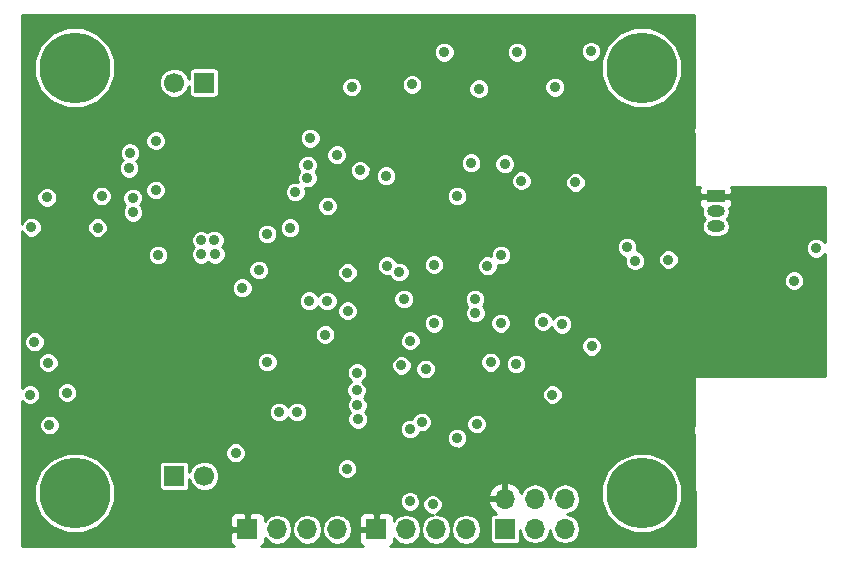
<source format=gbr>
G04 #@! TF.FileFunction,Copper,L3,Inr,Signal*
%FSLAX46Y46*%
G04 Gerber Fmt 4.6, Leading zero omitted, Abs format (unit mm)*
G04 Created by KiCad (PCBNEW 4.0.4-stable) date 02/07/17 14:21:35*
%MOMM*%
%LPD*%
G01*
G04 APERTURE LIST*
%ADD10C,0.100000*%
%ADD11C,6.000000*%
%ADD12C,1.700000*%
%ADD13R,1.700000X1.700000*%
%ADD14O,1.700000X1.700000*%
%ADD15O,1.501140X1.000000*%
%ADD16R,1.501140X1.000000*%
%ADD17C,0.900000*%
%ADD18C,0.254000*%
G04 APERTURE END LIST*
D10*
D11*
X91945000Y-102245000D03*
X91945000Y-66245000D03*
D12*
X102890000Y-100790000D03*
D13*
X100350000Y-100790000D03*
D12*
X100350000Y-67500000D03*
D13*
X102890000Y-67500000D03*
X106540000Y-105330000D03*
D14*
X109080000Y-105330000D03*
X111620000Y-105330000D03*
X114160000Y-105330000D03*
D11*
X139950000Y-102245000D03*
X139950000Y-66245000D03*
D13*
X128360000Y-105280000D03*
D14*
X128360000Y-102740000D03*
X130900000Y-105280000D03*
X130900000Y-102740000D03*
X133440000Y-105280000D03*
X133440000Y-102740000D03*
D13*
X117460000Y-105330000D03*
D14*
X120000000Y-105330000D03*
X122540000Y-105330000D03*
X125080000Y-105330000D03*
D15*
X146210000Y-78400000D03*
X146210000Y-79670000D03*
D16*
X146210000Y-77130000D03*
D17*
X119600000Y-91440000D03*
X119800000Y-85820000D03*
X121640000Y-91740000D03*
X120495000Y-67655000D03*
X123220000Y-64920000D03*
X89800000Y-96480000D03*
X91280000Y-93740000D03*
X88150000Y-93910000D03*
X89690000Y-91200000D03*
X121310000Y-96240000D03*
X128340000Y-74370000D03*
X107515000Y-83355000D03*
X115910000Y-96010000D03*
X98785000Y-76585000D03*
X96525000Y-74745000D03*
X98795000Y-72415000D03*
X105555000Y-98835000D03*
X116105000Y-74935000D03*
X132385000Y-93905000D03*
X142205000Y-82475000D03*
X139365000Y-82575000D03*
X135695000Y-89815000D03*
X131585000Y-87725000D03*
X96865000Y-78475000D03*
X125485000Y-74285000D03*
X115385000Y-67875000D03*
X110765000Y-95385000D03*
X113125000Y-88825000D03*
X111765000Y-85975000D03*
X110175000Y-79795000D03*
X113345000Y-77945000D03*
X114115000Y-73615000D03*
X111645000Y-75555000D03*
X111655000Y-74495000D03*
X111875000Y-72205000D03*
X102657500Y-80857500D03*
X103745000Y-80845000D03*
X98985000Y-82085000D03*
X103832500Y-82032500D03*
X102657500Y-82032500D03*
X126150000Y-68010000D03*
X129390000Y-64920000D03*
X132590000Y-67890000D03*
X135640000Y-64850000D03*
X125500000Y-91980000D03*
X153360000Y-87220000D03*
X149810000Y-88690000D03*
X89680000Y-82750000D03*
X121310000Y-102460000D03*
X125620000Y-75590000D03*
X118510000Y-97900000D03*
X108160000Y-98530000D03*
X126580000Y-84960000D03*
X115725000Y-79345000D03*
X111765000Y-78885000D03*
X121095000Y-86985000D03*
X137855000Y-82475000D03*
X131125000Y-92625000D03*
X129665000Y-95105000D03*
X110315000Y-90165000D03*
X112305000Y-94925000D03*
X120495000Y-73275000D03*
X110615000Y-76755000D03*
X118295000Y-75385000D03*
X96850000Y-77270000D03*
X115835000Y-92045000D03*
X115865000Y-94825000D03*
X89570000Y-77220000D03*
X94210000Y-77100000D03*
X115805000Y-93555000D03*
X120350000Y-89340000D03*
X120340000Y-96820000D03*
X124300000Y-77100000D03*
X129760000Y-75800000D03*
X125840000Y-85840000D03*
X88530000Y-89440000D03*
X88270000Y-79740000D03*
X125860000Y-87010000D03*
X93870000Y-79770000D03*
X96610000Y-73430000D03*
X108225000Y-80315000D03*
X114990000Y-100180000D03*
X119415000Y-83525000D03*
X126885000Y-83005000D03*
X128000000Y-87870000D03*
X118380000Y-82990000D03*
X128035000Y-82095000D03*
X122370000Y-87880000D03*
X122365000Y-82905000D03*
X129300000Y-91320000D03*
X125965000Y-96395000D03*
X154720000Y-81520000D03*
X152850000Y-84260000D03*
X134335000Y-75955000D03*
X108235000Y-91155000D03*
X115040000Y-86810000D03*
X115030000Y-83580000D03*
X133195000Y-87955000D03*
X124310000Y-97600000D03*
X106115000Y-84875000D03*
X113315000Y-85995000D03*
X127145000Y-91175000D03*
X120320000Y-102950000D03*
X122240000Y-103210000D03*
X138690000Y-81430000D03*
X109240000Y-95380000D03*
D18*
G36*
X144355338Y-71284904D02*
X144293118Y-71434746D01*
X144292883Y-71704073D01*
X144355646Y-71855972D01*
X144358000Y-76215069D01*
X144368033Y-76264473D01*
X144396496Y-76306082D01*
X144438905Y-76333339D01*
X144485478Y-76341999D01*
X144892039Y-76340469D01*
X144824430Y-76503691D01*
X144824430Y-76844250D01*
X144983180Y-77003000D01*
X146083000Y-77003000D01*
X146083000Y-76983000D01*
X146337000Y-76983000D01*
X146337000Y-77003000D01*
X147436820Y-77003000D01*
X147595570Y-76844250D01*
X147595570Y-76503691D01*
X147523858Y-76330564D01*
X155443000Y-76300761D01*
X155443000Y-81002914D01*
X155217429Y-80776949D01*
X154895211Y-80643153D01*
X154546319Y-80642849D01*
X154223869Y-80776082D01*
X153976949Y-81022571D01*
X153843153Y-81344789D01*
X153842849Y-81693681D01*
X153976082Y-82016131D01*
X154222571Y-82263051D01*
X154544789Y-82396847D01*
X154893681Y-82397151D01*
X155216131Y-82263918D01*
X155443000Y-82037445D01*
X155443000Y-92369723D01*
X144535136Y-92358000D01*
X144485716Y-92367953D01*
X144444061Y-92396349D01*
X144416735Y-92438714D01*
X144408000Y-92485063D01*
X144409989Y-96492482D01*
X144376402Y-96526010D01*
X144273118Y-96774746D01*
X144272883Y-97044073D01*
X144375733Y-97292989D01*
X144410403Y-97327720D01*
X144415076Y-106743000D01*
X118610133Y-106743000D01*
X118669699Y-106718327D01*
X118848327Y-106539698D01*
X118945000Y-106306309D01*
X118945000Y-106030472D01*
X119097025Y-106257993D01*
X119511313Y-106534812D01*
X120000000Y-106632018D01*
X120488687Y-106534812D01*
X120902975Y-106257993D01*
X121179794Y-105843705D01*
X121270000Y-105390209D01*
X121360206Y-105843705D01*
X121637025Y-106257993D01*
X122051313Y-106534812D01*
X122540000Y-106632018D01*
X123028687Y-106534812D01*
X123442975Y-106257993D01*
X123719794Y-105843705D01*
X123810000Y-105390209D01*
X123900206Y-105843705D01*
X124177025Y-106257993D01*
X124591313Y-106534812D01*
X125080000Y-106632018D01*
X125568687Y-106534812D01*
X125982975Y-106257993D01*
X126259794Y-105843705D01*
X126357000Y-105355018D01*
X126357000Y-105304982D01*
X126259794Y-104816295D01*
X125982975Y-104402007D01*
X125568687Y-104125188D01*
X125080000Y-104027982D01*
X124591313Y-104125188D01*
X124177025Y-104402007D01*
X123900206Y-104816295D01*
X123810000Y-105269791D01*
X123719794Y-104816295D01*
X123442975Y-104402007D01*
X123028687Y-104125188D01*
X122551396Y-104030249D01*
X122736131Y-103953918D01*
X122983051Y-103707429D01*
X123116847Y-103385211D01*
X123117098Y-103096892D01*
X126918514Y-103096892D01*
X127164817Y-103621358D01*
X127574411Y-103994635D01*
X127510000Y-103994635D01*
X127351763Y-104024409D01*
X127206433Y-104117927D01*
X127108936Y-104260619D01*
X127074635Y-104430000D01*
X127074635Y-106130000D01*
X127104409Y-106288237D01*
X127197927Y-106433567D01*
X127340619Y-106531064D01*
X127510000Y-106565365D01*
X129210000Y-106565365D01*
X129368237Y-106535591D01*
X129513567Y-106442073D01*
X129611064Y-106299381D01*
X129645365Y-106130000D01*
X129645365Y-105417454D01*
X129720206Y-105793705D01*
X129997025Y-106207993D01*
X130411313Y-106484812D01*
X130900000Y-106582018D01*
X131388687Y-106484812D01*
X131802975Y-106207993D01*
X132079794Y-105793705D01*
X132170000Y-105340209D01*
X132260206Y-105793705D01*
X132537025Y-106207993D01*
X132951313Y-106484812D01*
X133440000Y-106582018D01*
X133928687Y-106484812D01*
X134342975Y-106207993D01*
X134619794Y-105793705D01*
X134717000Y-105305018D01*
X134717000Y-105254982D01*
X134619794Y-104766295D01*
X134342975Y-104352007D01*
X133928687Y-104075188D01*
X133600965Y-104010000D01*
X133928687Y-103944812D01*
X134342975Y-103667993D01*
X134619794Y-103253705D01*
X134685439Y-102923682D01*
X136522406Y-102923682D01*
X137043037Y-104183704D01*
X138006226Y-105148575D01*
X139265337Y-105671404D01*
X140628682Y-105672594D01*
X141888704Y-105151963D01*
X142853575Y-104188774D01*
X143376404Y-102929663D01*
X143377594Y-101566318D01*
X142856963Y-100306296D01*
X141893774Y-99341425D01*
X140634663Y-98818596D01*
X139271318Y-98817406D01*
X138011296Y-99338037D01*
X137046425Y-100301226D01*
X136523596Y-101560337D01*
X136522406Y-102923682D01*
X134685439Y-102923682D01*
X134717000Y-102765018D01*
X134717000Y-102714982D01*
X134619794Y-102226295D01*
X134342975Y-101812007D01*
X133928687Y-101535188D01*
X133440000Y-101437982D01*
X132951313Y-101535188D01*
X132537025Y-101812007D01*
X132260206Y-102226295D01*
X132170000Y-102679791D01*
X132079794Y-102226295D01*
X131802975Y-101812007D01*
X131388687Y-101535188D01*
X130900000Y-101437982D01*
X130411313Y-101535188D01*
X129997025Y-101812007D01*
X129724691Y-102219583D01*
X129555183Y-101858642D01*
X129126924Y-101468355D01*
X128716890Y-101298524D01*
X128487000Y-101419845D01*
X128487000Y-102613000D01*
X128507000Y-102613000D01*
X128507000Y-102867000D01*
X128487000Y-102867000D01*
X128487000Y-102887000D01*
X128233000Y-102887000D01*
X128233000Y-102867000D01*
X127039181Y-102867000D01*
X126918514Y-103096892D01*
X123117098Y-103096892D01*
X123117151Y-103036319D01*
X122983918Y-102713869D01*
X122737429Y-102466949D01*
X122535517Y-102383108D01*
X126918514Y-102383108D01*
X127039181Y-102613000D01*
X128233000Y-102613000D01*
X128233000Y-101419845D01*
X128003110Y-101298524D01*
X127593076Y-101468355D01*
X127164817Y-101858642D01*
X126918514Y-102383108D01*
X122535517Y-102383108D01*
X122415211Y-102333153D01*
X122066319Y-102332849D01*
X121743869Y-102466082D01*
X121496949Y-102712571D01*
X121363153Y-103034789D01*
X121362849Y-103383681D01*
X121496082Y-103706131D01*
X121742571Y-103953051D01*
X122064789Y-104086847D01*
X122243284Y-104087003D01*
X122051313Y-104125188D01*
X121637025Y-104402007D01*
X121360206Y-104816295D01*
X121270000Y-105269791D01*
X121179794Y-104816295D01*
X120902975Y-104402007D01*
X120488687Y-104125188D01*
X120000000Y-104027982D01*
X119511313Y-104125188D01*
X119097025Y-104402007D01*
X118945000Y-104629528D01*
X118945000Y-104353691D01*
X118848327Y-104120302D01*
X118669699Y-103941673D01*
X118436310Y-103845000D01*
X117745750Y-103845000D01*
X117587000Y-104003750D01*
X117587000Y-105203000D01*
X117607000Y-105203000D01*
X117607000Y-105457000D01*
X117587000Y-105457000D01*
X117587000Y-105477000D01*
X117333000Y-105477000D01*
X117333000Y-105457000D01*
X116133750Y-105457000D01*
X115975000Y-105615750D01*
X115975000Y-106306309D01*
X116071673Y-106539698D01*
X116250301Y-106718327D01*
X116309867Y-106743000D01*
X107690133Y-106743000D01*
X107749699Y-106718327D01*
X107928327Y-106539698D01*
X108025000Y-106306309D01*
X108025000Y-106030472D01*
X108177025Y-106257993D01*
X108591313Y-106534812D01*
X109080000Y-106632018D01*
X109568687Y-106534812D01*
X109982975Y-106257993D01*
X110259794Y-105843705D01*
X110350000Y-105390209D01*
X110440206Y-105843705D01*
X110717025Y-106257993D01*
X111131313Y-106534812D01*
X111620000Y-106632018D01*
X112108687Y-106534812D01*
X112522975Y-106257993D01*
X112799794Y-105843705D01*
X112890000Y-105390209D01*
X112980206Y-105843705D01*
X113257025Y-106257993D01*
X113671313Y-106534812D01*
X114160000Y-106632018D01*
X114648687Y-106534812D01*
X115062975Y-106257993D01*
X115339794Y-105843705D01*
X115437000Y-105355018D01*
X115437000Y-105304982D01*
X115339794Y-104816295D01*
X115062975Y-104402007D01*
X114990666Y-104353691D01*
X115975000Y-104353691D01*
X115975000Y-105044250D01*
X116133750Y-105203000D01*
X117333000Y-105203000D01*
X117333000Y-104003750D01*
X117174250Y-103845000D01*
X116483690Y-103845000D01*
X116250301Y-103941673D01*
X116071673Y-104120302D01*
X115975000Y-104353691D01*
X114990666Y-104353691D01*
X114648687Y-104125188D01*
X114160000Y-104027982D01*
X113671313Y-104125188D01*
X113257025Y-104402007D01*
X112980206Y-104816295D01*
X112890000Y-105269791D01*
X112799794Y-104816295D01*
X112522975Y-104402007D01*
X112108687Y-104125188D01*
X111620000Y-104027982D01*
X111131313Y-104125188D01*
X110717025Y-104402007D01*
X110440206Y-104816295D01*
X110350000Y-105269791D01*
X110259794Y-104816295D01*
X109982975Y-104402007D01*
X109568687Y-104125188D01*
X109080000Y-104027982D01*
X108591313Y-104125188D01*
X108177025Y-104402007D01*
X108025000Y-104629528D01*
X108025000Y-104353691D01*
X107928327Y-104120302D01*
X107749699Y-103941673D01*
X107516310Y-103845000D01*
X106825750Y-103845000D01*
X106667000Y-104003750D01*
X106667000Y-105203000D01*
X106687000Y-105203000D01*
X106687000Y-105457000D01*
X106667000Y-105457000D01*
X106667000Y-105477000D01*
X106413000Y-105477000D01*
X106413000Y-105457000D01*
X105213750Y-105457000D01*
X105055000Y-105615750D01*
X105055000Y-106306309D01*
X105151673Y-106539698D01*
X105330301Y-106718327D01*
X105389867Y-106743000D01*
X87447000Y-106743000D01*
X87447000Y-102923682D01*
X88517406Y-102923682D01*
X89038037Y-104183704D01*
X90001226Y-105148575D01*
X91260337Y-105671404D01*
X92623682Y-105672594D01*
X93883704Y-105151963D01*
X94683370Y-104353691D01*
X105055000Y-104353691D01*
X105055000Y-105044250D01*
X105213750Y-105203000D01*
X106413000Y-105203000D01*
X106413000Y-104003750D01*
X106254250Y-103845000D01*
X105563690Y-103845000D01*
X105330301Y-103941673D01*
X105151673Y-104120302D01*
X105055000Y-104353691D01*
X94683370Y-104353691D01*
X94848575Y-104188774D01*
X95290840Y-103123681D01*
X119442849Y-103123681D01*
X119576082Y-103446131D01*
X119822571Y-103693051D01*
X120144789Y-103826847D01*
X120493681Y-103827151D01*
X120816131Y-103693918D01*
X121063051Y-103447429D01*
X121196847Y-103125211D01*
X121197151Y-102776319D01*
X121063918Y-102453869D01*
X120817429Y-102206949D01*
X120495211Y-102073153D01*
X120146319Y-102072849D01*
X119823869Y-102206082D01*
X119576949Y-102452571D01*
X119443153Y-102774789D01*
X119442849Y-103123681D01*
X95290840Y-103123681D01*
X95371404Y-102929663D01*
X95372594Y-101566318D01*
X94851963Y-100306296D01*
X94486306Y-99940000D01*
X99064635Y-99940000D01*
X99064635Y-101640000D01*
X99094409Y-101798237D01*
X99187927Y-101943567D01*
X99330619Y-102041064D01*
X99500000Y-102075365D01*
X101200000Y-102075365D01*
X101358237Y-102045591D01*
X101503567Y-101952073D01*
X101601064Y-101809381D01*
X101635365Y-101640000D01*
X101635365Y-101097559D01*
X101806781Y-101512417D01*
X102165693Y-101871957D01*
X102634875Y-102066778D01*
X103142897Y-102067221D01*
X103612417Y-101873219D01*
X103971957Y-101514307D01*
X104166778Y-101045125D01*
X104167221Y-100537103D01*
X104091433Y-100353681D01*
X114112849Y-100353681D01*
X114246082Y-100676131D01*
X114492571Y-100923051D01*
X114814789Y-101056847D01*
X115163681Y-101057151D01*
X115486131Y-100923918D01*
X115733051Y-100677429D01*
X115866847Y-100355211D01*
X115867151Y-100006319D01*
X115733918Y-99683869D01*
X115487429Y-99436949D01*
X115165211Y-99303153D01*
X114816319Y-99302849D01*
X114493869Y-99436082D01*
X114246949Y-99682571D01*
X114113153Y-100004789D01*
X114112849Y-100353681D01*
X104091433Y-100353681D01*
X103973219Y-100067583D01*
X103614307Y-99708043D01*
X103145125Y-99513222D01*
X102637103Y-99512779D01*
X102167583Y-99706781D01*
X101808043Y-100065693D01*
X101635365Y-100481549D01*
X101635365Y-99940000D01*
X101605591Y-99781763D01*
X101512073Y-99636433D01*
X101369381Y-99538936D01*
X101200000Y-99504635D01*
X99500000Y-99504635D01*
X99341763Y-99534409D01*
X99196433Y-99627927D01*
X99098936Y-99770619D01*
X99064635Y-99940000D01*
X94486306Y-99940000D01*
X93888774Y-99341425D01*
X93087439Y-99008681D01*
X104677849Y-99008681D01*
X104811082Y-99331131D01*
X105057571Y-99578051D01*
X105379789Y-99711847D01*
X105728681Y-99712151D01*
X106051131Y-99578918D01*
X106298051Y-99332429D01*
X106431847Y-99010211D01*
X106432151Y-98661319D01*
X106298918Y-98338869D01*
X106052429Y-98091949D01*
X105730211Y-97958153D01*
X105381319Y-97957849D01*
X105058869Y-98091082D01*
X104811949Y-98337571D01*
X104678153Y-98659789D01*
X104677849Y-99008681D01*
X93087439Y-99008681D01*
X92629663Y-98818596D01*
X91266318Y-98817406D01*
X90006296Y-99338037D01*
X89041425Y-100301226D01*
X88518596Y-101560337D01*
X88517406Y-102923682D01*
X87447000Y-102923682D01*
X87447000Y-97773681D01*
X123432849Y-97773681D01*
X123566082Y-98096131D01*
X123812571Y-98343051D01*
X124134789Y-98476847D01*
X124483681Y-98477151D01*
X124806131Y-98343918D01*
X125053051Y-98097429D01*
X125186847Y-97775211D01*
X125187151Y-97426319D01*
X125053918Y-97103869D01*
X124807429Y-96856949D01*
X124485211Y-96723153D01*
X124136319Y-96722849D01*
X123813869Y-96856082D01*
X123566949Y-97102571D01*
X123433153Y-97424789D01*
X123432849Y-97773681D01*
X87447000Y-97773681D01*
X87447000Y-96653681D01*
X88922849Y-96653681D01*
X89056082Y-96976131D01*
X89302571Y-97223051D01*
X89624789Y-97356847D01*
X89973681Y-97357151D01*
X90296131Y-97223918D01*
X90526770Y-96993681D01*
X119462849Y-96993681D01*
X119596082Y-97316131D01*
X119842571Y-97563051D01*
X120164789Y-97696847D01*
X120513681Y-97697151D01*
X120836131Y-97563918D01*
X121083051Y-97317429D01*
X121166328Y-97116874D01*
X121483681Y-97117151D01*
X121806131Y-96983918D01*
X122053051Y-96737429D01*
X122123120Y-96568681D01*
X125087849Y-96568681D01*
X125221082Y-96891131D01*
X125467571Y-97138051D01*
X125789789Y-97271847D01*
X126138681Y-97272151D01*
X126461131Y-97138918D01*
X126708051Y-96892429D01*
X126841847Y-96570211D01*
X126842151Y-96221319D01*
X126708918Y-95898869D01*
X126462429Y-95651949D01*
X126140211Y-95518153D01*
X125791319Y-95517849D01*
X125468869Y-95651082D01*
X125221949Y-95897571D01*
X125088153Y-96219789D01*
X125087849Y-96568681D01*
X122123120Y-96568681D01*
X122186847Y-96415211D01*
X122187151Y-96066319D01*
X122053918Y-95743869D01*
X121807429Y-95496949D01*
X121485211Y-95363153D01*
X121136319Y-95362849D01*
X120813869Y-95496082D01*
X120566949Y-95742571D01*
X120483672Y-95943126D01*
X120166319Y-95942849D01*
X119843869Y-96076082D01*
X119596949Y-96322571D01*
X119463153Y-96644789D01*
X119462849Y-96993681D01*
X90526770Y-96993681D01*
X90543051Y-96977429D01*
X90676847Y-96655211D01*
X90677151Y-96306319D01*
X90543918Y-95983869D01*
X90297429Y-95736949D01*
X89975211Y-95603153D01*
X89626319Y-95602849D01*
X89303869Y-95736082D01*
X89056949Y-95982571D01*
X88923153Y-96304789D01*
X88922849Y-96653681D01*
X87447000Y-96653681D01*
X87447000Y-95553681D01*
X108362849Y-95553681D01*
X108496082Y-95876131D01*
X108742571Y-96123051D01*
X109064789Y-96256847D01*
X109413681Y-96257151D01*
X109736131Y-96123918D01*
X109983051Y-95877429D01*
X110001347Y-95833368D01*
X110021082Y-95881131D01*
X110267571Y-96128051D01*
X110589789Y-96261847D01*
X110938681Y-96262151D01*
X111261131Y-96128918D01*
X111508051Y-95882429D01*
X111641847Y-95560211D01*
X111642151Y-95211319D01*
X111508918Y-94888869D01*
X111262429Y-94641949D01*
X110940211Y-94508153D01*
X110591319Y-94507849D01*
X110268869Y-94641082D01*
X110021949Y-94887571D01*
X110003653Y-94931632D01*
X109983918Y-94883869D01*
X109737429Y-94636949D01*
X109415211Y-94503153D01*
X109066319Y-94502849D01*
X108743869Y-94636082D01*
X108496949Y-94882571D01*
X108363153Y-95204789D01*
X108362849Y-95553681D01*
X87447000Y-95553681D01*
X87447000Y-94447121D01*
X87652571Y-94653051D01*
X87974789Y-94786847D01*
X88323681Y-94787151D01*
X88646131Y-94653918D01*
X88893051Y-94407429D01*
X89026847Y-94085211D01*
X89026996Y-93913681D01*
X90402849Y-93913681D01*
X90536082Y-94236131D01*
X90782571Y-94483051D01*
X91104789Y-94616847D01*
X91453681Y-94617151D01*
X91776131Y-94483918D01*
X92023051Y-94237429D01*
X92156847Y-93915211D01*
X92157009Y-93728681D01*
X114927849Y-93728681D01*
X115061082Y-94051131D01*
X115229682Y-94220026D01*
X115121949Y-94327571D01*
X114988153Y-94649789D01*
X114987849Y-94998681D01*
X115121082Y-95321131D01*
X115239695Y-95439952D01*
X115166949Y-95512571D01*
X115033153Y-95834789D01*
X115032849Y-96183681D01*
X115166082Y-96506131D01*
X115412571Y-96753051D01*
X115734789Y-96886847D01*
X116083681Y-96887151D01*
X116406131Y-96753918D01*
X116653051Y-96507429D01*
X116786847Y-96185211D01*
X116787151Y-95836319D01*
X116653918Y-95513869D01*
X116535305Y-95395048D01*
X116608051Y-95322429D01*
X116741847Y-95000211D01*
X116742151Y-94651319D01*
X116608918Y-94328869D01*
X116440318Y-94159974D01*
X116521753Y-94078681D01*
X131507849Y-94078681D01*
X131641082Y-94401131D01*
X131887571Y-94648051D01*
X132209789Y-94781847D01*
X132558681Y-94782151D01*
X132881131Y-94648918D01*
X133128051Y-94402429D01*
X133261847Y-94080211D01*
X133262151Y-93731319D01*
X133128918Y-93408869D01*
X132882429Y-93161949D01*
X132560211Y-93028153D01*
X132211319Y-93027849D01*
X131888869Y-93161082D01*
X131641949Y-93407571D01*
X131508153Y-93729789D01*
X131507849Y-94078681D01*
X116521753Y-94078681D01*
X116548051Y-94052429D01*
X116681847Y-93730211D01*
X116682151Y-93381319D01*
X116548918Y-93058869D01*
X116302429Y-92811949D01*
X116288944Y-92806349D01*
X116331131Y-92788918D01*
X116578051Y-92542429D01*
X116711847Y-92220211D01*
X116712151Y-91871319D01*
X116605698Y-91613681D01*
X118722849Y-91613681D01*
X118856082Y-91936131D01*
X119102571Y-92183051D01*
X119424789Y-92316847D01*
X119773681Y-92317151D01*
X120096131Y-92183918D01*
X120343051Y-91937429D01*
X120352911Y-91913681D01*
X120762849Y-91913681D01*
X120896082Y-92236131D01*
X121142571Y-92483051D01*
X121464789Y-92616847D01*
X121813681Y-92617151D01*
X122136131Y-92483918D01*
X122383051Y-92237429D01*
X122516847Y-91915211D01*
X122517151Y-91566319D01*
X122427226Y-91348681D01*
X126267849Y-91348681D01*
X126401082Y-91671131D01*
X126647571Y-91918051D01*
X126969789Y-92051847D01*
X127318681Y-92052151D01*
X127641131Y-91918918D01*
X127888051Y-91672429D01*
X127962273Y-91493681D01*
X128422849Y-91493681D01*
X128556082Y-91816131D01*
X128802571Y-92063051D01*
X129124789Y-92196847D01*
X129473681Y-92197151D01*
X129796131Y-92063918D01*
X130043051Y-91817429D01*
X130176847Y-91495211D01*
X130177151Y-91146319D01*
X130043918Y-90823869D01*
X129797429Y-90576949D01*
X129475211Y-90443153D01*
X129126319Y-90442849D01*
X128803869Y-90576082D01*
X128556949Y-90822571D01*
X128423153Y-91144789D01*
X128422849Y-91493681D01*
X127962273Y-91493681D01*
X128021847Y-91350211D01*
X128022151Y-91001319D01*
X127888918Y-90678869D01*
X127642429Y-90431949D01*
X127320211Y-90298153D01*
X126971319Y-90297849D01*
X126648869Y-90431082D01*
X126401949Y-90677571D01*
X126268153Y-90999789D01*
X126267849Y-91348681D01*
X122427226Y-91348681D01*
X122383918Y-91243869D01*
X122137429Y-90996949D01*
X121815211Y-90863153D01*
X121466319Y-90862849D01*
X121143869Y-90996082D01*
X120896949Y-91242571D01*
X120763153Y-91564789D01*
X120762849Y-91913681D01*
X120352911Y-91913681D01*
X120476847Y-91615211D01*
X120477151Y-91266319D01*
X120343918Y-90943869D01*
X120097429Y-90696949D01*
X119775211Y-90563153D01*
X119426319Y-90562849D01*
X119103869Y-90696082D01*
X118856949Y-90942571D01*
X118723153Y-91264789D01*
X118722849Y-91613681D01*
X116605698Y-91613681D01*
X116578918Y-91548869D01*
X116332429Y-91301949D01*
X116010211Y-91168153D01*
X115661319Y-91167849D01*
X115338869Y-91301082D01*
X115091949Y-91547571D01*
X114958153Y-91869789D01*
X114957849Y-92218681D01*
X115091082Y-92541131D01*
X115337571Y-92788051D01*
X115351056Y-92793651D01*
X115308869Y-92811082D01*
X115061949Y-93057571D01*
X114928153Y-93379789D01*
X114927849Y-93728681D01*
X92157009Y-93728681D01*
X92157151Y-93566319D01*
X92023918Y-93243869D01*
X91777429Y-92996949D01*
X91455211Y-92863153D01*
X91106319Y-92862849D01*
X90783869Y-92996082D01*
X90536949Y-93242571D01*
X90403153Y-93564789D01*
X90402849Y-93913681D01*
X89026996Y-93913681D01*
X89027151Y-93736319D01*
X88893918Y-93413869D01*
X88647429Y-93166949D01*
X88325211Y-93033153D01*
X87976319Y-93032849D01*
X87653869Y-93166082D01*
X87447000Y-93372590D01*
X87447000Y-91373681D01*
X88812849Y-91373681D01*
X88946082Y-91696131D01*
X89192571Y-91943051D01*
X89514789Y-92076847D01*
X89863681Y-92077151D01*
X90186131Y-91943918D01*
X90433051Y-91697429D01*
X90566847Y-91375211D01*
X90566887Y-91328681D01*
X107357849Y-91328681D01*
X107491082Y-91651131D01*
X107737571Y-91898051D01*
X108059789Y-92031847D01*
X108408681Y-92032151D01*
X108731131Y-91898918D01*
X108978051Y-91652429D01*
X109111847Y-91330211D01*
X109112151Y-90981319D01*
X108978918Y-90658869D01*
X108732429Y-90411949D01*
X108410211Y-90278153D01*
X108061319Y-90277849D01*
X107738869Y-90411082D01*
X107491949Y-90657571D01*
X107358153Y-90979789D01*
X107357849Y-91328681D01*
X90566887Y-91328681D01*
X90567151Y-91026319D01*
X90433918Y-90703869D01*
X90187429Y-90456949D01*
X89865211Y-90323153D01*
X89516319Y-90322849D01*
X89193869Y-90456082D01*
X88946949Y-90702571D01*
X88813153Y-91024789D01*
X88812849Y-91373681D01*
X87447000Y-91373681D01*
X87447000Y-89613681D01*
X87652849Y-89613681D01*
X87786082Y-89936131D01*
X88032571Y-90183051D01*
X88354789Y-90316847D01*
X88703681Y-90317151D01*
X89026131Y-90183918D01*
X89273051Y-89937429D01*
X89406847Y-89615211D01*
X89407151Y-89266319D01*
X89296566Y-88998681D01*
X112247849Y-88998681D01*
X112381082Y-89321131D01*
X112627571Y-89568051D01*
X112949789Y-89701847D01*
X113298681Y-89702151D01*
X113621131Y-89568918D01*
X113676464Y-89513681D01*
X119472849Y-89513681D01*
X119606082Y-89836131D01*
X119852571Y-90083051D01*
X120174789Y-90216847D01*
X120523681Y-90217151D01*
X120846131Y-90083918D01*
X120941534Y-89988681D01*
X134817849Y-89988681D01*
X134951082Y-90311131D01*
X135197571Y-90558051D01*
X135519789Y-90691847D01*
X135868681Y-90692151D01*
X136191131Y-90558918D01*
X136438051Y-90312429D01*
X136571847Y-89990211D01*
X136572151Y-89641319D01*
X136438918Y-89318869D01*
X136192429Y-89071949D01*
X135870211Y-88938153D01*
X135521319Y-88937849D01*
X135198869Y-89071082D01*
X134951949Y-89317571D01*
X134818153Y-89639789D01*
X134817849Y-89988681D01*
X120941534Y-89988681D01*
X121093051Y-89837429D01*
X121226847Y-89515211D01*
X121227151Y-89166319D01*
X121093918Y-88843869D01*
X120847429Y-88596949D01*
X120525211Y-88463153D01*
X120176319Y-88462849D01*
X119853869Y-88596082D01*
X119606949Y-88842571D01*
X119473153Y-89164789D01*
X119472849Y-89513681D01*
X113676464Y-89513681D01*
X113868051Y-89322429D01*
X114001847Y-89000211D01*
X114002151Y-88651319D01*
X113868918Y-88328869D01*
X113622429Y-88081949D01*
X113554352Y-88053681D01*
X121492849Y-88053681D01*
X121626082Y-88376131D01*
X121872571Y-88623051D01*
X122194789Y-88756847D01*
X122543681Y-88757151D01*
X122866131Y-88623918D01*
X123113051Y-88377429D01*
X123246847Y-88055211D01*
X123246857Y-88043681D01*
X127122849Y-88043681D01*
X127256082Y-88366131D01*
X127502571Y-88613051D01*
X127824789Y-88746847D01*
X128173681Y-88747151D01*
X128496131Y-88613918D01*
X128743051Y-88367429D01*
X128876847Y-88045211D01*
X128876974Y-87898681D01*
X130707849Y-87898681D01*
X130841082Y-88221131D01*
X131087571Y-88468051D01*
X131409789Y-88601847D01*
X131758681Y-88602151D01*
X132081131Y-88468918D01*
X132328051Y-88222429D01*
X132342353Y-88187986D01*
X132451082Y-88451131D01*
X132697571Y-88698051D01*
X133019789Y-88831847D01*
X133368681Y-88832151D01*
X133691131Y-88698918D01*
X133938051Y-88452429D01*
X134071847Y-88130211D01*
X134072151Y-87781319D01*
X133938918Y-87458869D01*
X133692429Y-87211949D01*
X133370211Y-87078153D01*
X133021319Y-87077849D01*
X132698869Y-87211082D01*
X132451949Y-87457571D01*
X132437647Y-87492014D01*
X132328918Y-87228869D01*
X132082429Y-86981949D01*
X131760211Y-86848153D01*
X131411319Y-86847849D01*
X131088869Y-86981082D01*
X130841949Y-87227571D01*
X130708153Y-87549789D01*
X130707849Y-87898681D01*
X128876974Y-87898681D01*
X128877151Y-87696319D01*
X128743918Y-87373869D01*
X128497429Y-87126949D01*
X128175211Y-86993153D01*
X127826319Y-86992849D01*
X127503869Y-87126082D01*
X127256949Y-87372571D01*
X127123153Y-87694789D01*
X127122849Y-88043681D01*
X123246857Y-88043681D01*
X123247151Y-87706319D01*
X123113918Y-87383869D01*
X122867429Y-87136949D01*
X122545211Y-87003153D01*
X122196319Y-87002849D01*
X121873869Y-87136082D01*
X121626949Y-87382571D01*
X121493153Y-87704789D01*
X121492849Y-88053681D01*
X113554352Y-88053681D01*
X113300211Y-87948153D01*
X112951319Y-87947849D01*
X112628869Y-88081082D01*
X112381949Y-88327571D01*
X112248153Y-88649789D01*
X112247849Y-88998681D01*
X89296566Y-88998681D01*
X89273918Y-88943869D01*
X89027429Y-88696949D01*
X88705211Y-88563153D01*
X88356319Y-88562849D01*
X88033869Y-88696082D01*
X87786949Y-88942571D01*
X87653153Y-89264789D01*
X87652849Y-89613681D01*
X87447000Y-89613681D01*
X87447000Y-86983681D01*
X114162849Y-86983681D01*
X114296082Y-87306131D01*
X114542571Y-87553051D01*
X114864789Y-87686847D01*
X115213681Y-87687151D01*
X115536131Y-87553918D01*
X115783051Y-87307429D01*
X115916847Y-86985211D01*
X115917151Y-86636319D01*
X115783918Y-86313869D01*
X115537429Y-86066949D01*
X115360980Y-85993681D01*
X118922849Y-85993681D01*
X119056082Y-86316131D01*
X119302571Y-86563051D01*
X119624789Y-86696847D01*
X119973681Y-86697151D01*
X120296131Y-86563918D01*
X120543051Y-86317429D01*
X120669177Y-86013681D01*
X124962849Y-86013681D01*
X125096082Y-86336131D01*
X125194717Y-86434939D01*
X125116949Y-86512571D01*
X124983153Y-86834789D01*
X124982849Y-87183681D01*
X125116082Y-87506131D01*
X125362571Y-87753051D01*
X125684789Y-87886847D01*
X126033681Y-87887151D01*
X126356131Y-87753918D01*
X126603051Y-87507429D01*
X126736847Y-87185211D01*
X126737151Y-86836319D01*
X126603918Y-86513869D01*
X126505283Y-86415061D01*
X126583051Y-86337429D01*
X126716847Y-86015211D01*
X126717151Y-85666319D01*
X126583918Y-85343869D01*
X126337429Y-85096949D01*
X126015211Y-84963153D01*
X125666319Y-84962849D01*
X125343869Y-85096082D01*
X125096949Y-85342571D01*
X124963153Y-85664789D01*
X124962849Y-86013681D01*
X120669177Y-86013681D01*
X120676847Y-85995211D01*
X120677151Y-85646319D01*
X120543918Y-85323869D01*
X120297429Y-85076949D01*
X119975211Y-84943153D01*
X119626319Y-84942849D01*
X119303869Y-85076082D01*
X119056949Y-85322571D01*
X118923153Y-85644789D01*
X118922849Y-85993681D01*
X115360980Y-85993681D01*
X115215211Y-85933153D01*
X114866319Y-85932849D01*
X114543869Y-86066082D01*
X114296949Y-86312571D01*
X114163153Y-86634789D01*
X114162849Y-86983681D01*
X87447000Y-86983681D01*
X87447000Y-86148681D01*
X110887849Y-86148681D01*
X111021082Y-86471131D01*
X111267571Y-86718051D01*
X111589789Y-86851847D01*
X111938681Y-86852151D01*
X112261131Y-86718918D01*
X112508051Y-86472429D01*
X112535771Y-86405671D01*
X112571082Y-86491131D01*
X112817571Y-86738051D01*
X113139789Y-86871847D01*
X113488681Y-86872151D01*
X113811131Y-86738918D01*
X114058051Y-86492429D01*
X114191847Y-86170211D01*
X114192151Y-85821319D01*
X114058918Y-85498869D01*
X113812429Y-85251949D01*
X113490211Y-85118153D01*
X113141319Y-85117849D01*
X112818869Y-85251082D01*
X112571949Y-85497571D01*
X112544229Y-85564329D01*
X112508918Y-85478869D01*
X112262429Y-85231949D01*
X111940211Y-85098153D01*
X111591319Y-85097849D01*
X111268869Y-85231082D01*
X111021949Y-85477571D01*
X110888153Y-85799789D01*
X110887849Y-86148681D01*
X87447000Y-86148681D01*
X87447000Y-85048681D01*
X105237849Y-85048681D01*
X105371082Y-85371131D01*
X105617571Y-85618051D01*
X105939789Y-85751847D01*
X106288681Y-85752151D01*
X106611131Y-85618918D01*
X106858051Y-85372429D01*
X106991847Y-85050211D01*
X106992151Y-84701319D01*
X106858918Y-84378869D01*
X106612429Y-84131949D01*
X106290211Y-83998153D01*
X105941319Y-83997849D01*
X105618869Y-84131082D01*
X105371949Y-84377571D01*
X105238153Y-84699789D01*
X105237849Y-85048681D01*
X87447000Y-85048681D01*
X87447000Y-83528681D01*
X106637849Y-83528681D01*
X106771082Y-83851131D01*
X107017571Y-84098051D01*
X107339789Y-84231847D01*
X107688681Y-84232151D01*
X108011131Y-84098918D01*
X108258051Y-83852429D01*
X108299054Y-83753681D01*
X114152849Y-83753681D01*
X114286082Y-84076131D01*
X114532571Y-84323051D01*
X114854789Y-84456847D01*
X115203681Y-84457151D01*
X115260483Y-84433681D01*
X151972849Y-84433681D01*
X152106082Y-84756131D01*
X152352571Y-85003051D01*
X152674789Y-85136847D01*
X153023681Y-85137151D01*
X153346131Y-85003918D01*
X153593051Y-84757429D01*
X153726847Y-84435211D01*
X153727151Y-84086319D01*
X153593918Y-83763869D01*
X153347429Y-83516949D01*
X153025211Y-83383153D01*
X152676319Y-83382849D01*
X152353869Y-83516082D01*
X152106949Y-83762571D01*
X151973153Y-84084789D01*
X151972849Y-84433681D01*
X115260483Y-84433681D01*
X115526131Y-84323918D01*
X115773051Y-84077429D01*
X115906847Y-83755211D01*
X115907151Y-83406319D01*
X115806896Y-83163681D01*
X117502849Y-83163681D01*
X117636082Y-83486131D01*
X117882571Y-83733051D01*
X118204789Y-83866847D01*
X118553681Y-83867151D01*
X118599617Y-83848171D01*
X118671082Y-84021131D01*
X118917571Y-84268051D01*
X119239789Y-84401847D01*
X119588681Y-84402151D01*
X119911131Y-84268918D01*
X120158051Y-84022429D01*
X120291847Y-83700211D01*
X120292151Y-83351319D01*
X120179500Y-83078681D01*
X121487849Y-83078681D01*
X121621082Y-83401131D01*
X121867571Y-83648051D01*
X122189789Y-83781847D01*
X122538681Y-83782151D01*
X122861131Y-83648918D01*
X123108051Y-83402429D01*
X123200958Y-83178681D01*
X126007849Y-83178681D01*
X126141082Y-83501131D01*
X126387571Y-83748051D01*
X126709789Y-83881847D01*
X127058681Y-83882151D01*
X127381131Y-83748918D01*
X127628051Y-83502429D01*
X127761847Y-83180211D01*
X127762064Y-82931268D01*
X127859789Y-82971847D01*
X128208681Y-82972151D01*
X128531131Y-82838918D01*
X128778051Y-82592429D01*
X128911847Y-82270211D01*
X128912151Y-81921319D01*
X128780907Y-81603681D01*
X137812849Y-81603681D01*
X137946082Y-81926131D01*
X138192571Y-82173051D01*
X138514789Y-82306847D01*
X138526741Y-82306857D01*
X138488153Y-82399789D01*
X138487849Y-82748681D01*
X138621082Y-83071131D01*
X138867571Y-83318051D01*
X139189789Y-83451847D01*
X139538681Y-83452151D01*
X139861131Y-83318918D01*
X140108051Y-83072429D01*
X140241847Y-82750211D01*
X140241935Y-82648681D01*
X141327849Y-82648681D01*
X141461082Y-82971131D01*
X141707571Y-83218051D01*
X142029789Y-83351847D01*
X142378681Y-83352151D01*
X142701131Y-83218918D01*
X142948051Y-82972429D01*
X143081847Y-82650211D01*
X143082151Y-82301319D01*
X142948918Y-81978869D01*
X142702429Y-81731949D01*
X142380211Y-81598153D01*
X142031319Y-81597849D01*
X141708869Y-81731082D01*
X141461949Y-81977571D01*
X141328153Y-82299789D01*
X141327849Y-82648681D01*
X140241935Y-82648681D01*
X140242151Y-82401319D01*
X140108918Y-82078869D01*
X139862429Y-81831949D01*
X139540211Y-81698153D01*
X139528259Y-81698143D01*
X139566847Y-81605211D01*
X139567151Y-81256319D01*
X139433918Y-80933869D01*
X139187429Y-80686949D01*
X138865211Y-80553153D01*
X138516319Y-80552849D01*
X138193869Y-80686082D01*
X137946949Y-80932571D01*
X137813153Y-81254789D01*
X137812849Y-81603681D01*
X128780907Y-81603681D01*
X128778918Y-81598869D01*
X128532429Y-81351949D01*
X128210211Y-81218153D01*
X127861319Y-81217849D01*
X127538869Y-81351082D01*
X127291949Y-81597571D01*
X127158153Y-81919789D01*
X127157936Y-82168732D01*
X127060211Y-82128153D01*
X126711319Y-82127849D01*
X126388869Y-82261082D01*
X126141949Y-82507571D01*
X126008153Y-82829789D01*
X126007849Y-83178681D01*
X123200958Y-83178681D01*
X123241847Y-83080211D01*
X123242151Y-82731319D01*
X123108918Y-82408869D01*
X122862429Y-82161949D01*
X122540211Y-82028153D01*
X122191319Y-82027849D01*
X121868869Y-82161082D01*
X121621949Y-82407571D01*
X121488153Y-82729789D01*
X121487849Y-83078681D01*
X120179500Y-83078681D01*
X120158918Y-83028869D01*
X119912429Y-82781949D01*
X119590211Y-82648153D01*
X119241319Y-82647849D01*
X119195383Y-82666829D01*
X119123918Y-82493869D01*
X118877429Y-82246949D01*
X118555211Y-82113153D01*
X118206319Y-82112849D01*
X117883869Y-82246082D01*
X117636949Y-82492571D01*
X117503153Y-82814789D01*
X117502849Y-83163681D01*
X115806896Y-83163681D01*
X115773918Y-83083869D01*
X115527429Y-82836949D01*
X115205211Y-82703153D01*
X114856319Y-82702849D01*
X114533869Y-82836082D01*
X114286949Y-83082571D01*
X114153153Y-83404789D01*
X114152849Y-83753681D01*
X108299054Y-83753681D01*
X108391847Y-83530211D01*
X108392151Y-83181319D01*
X108258918Y-82858869D01*
X108012429Y-82611949D01*
X107690211Y-82478153D01*
X107341319Y-82477849D01*
X107018869Y-82611082D01*
X106771949Y-82857571D01*
X106638153Y-83179789D01*
X106637849Y-83528681D01*
X87447000Y-83528681D01*
X87447000Y-82258681D01*
X98107849Y-82258681D01*
X98241082Y-82581131D01*
X98487571Y-82828051D01*
X98809789Y-82961847D01*
X99158681Y-82962151D01*
X99481131Y-82828918D01*
X99728051Y-82582429D01*
X99861847Y-82260211D01*
X99862151Y-81911319D01*
X99728918Y-81588869D01*
X99482429Y-81341949D01*
X99160211Y-81208153D01*
X98811319Y-81207849D01*
X98488869Y-81341082D01*
X98241949Y-81587571D01*
X98108153Y-81909789D01*
X98107849Y-82258681D01*
X87447000Y-82258681D01*
X87447000Y-81031181D01*
X101780349Y-81031181D01*
X101913582Y-81353631D01*
X102004735Y-81444943D01*
X101914449Y-81535071D01*
X101780653Y-81857289D01*
X101780349Y-82206181D01*
X101913582Y-82528631D01*
X102160071Y-82775551D01*
X102482289Y-82909347D01*
X102831181Y-82909651D01*
X103153631Y-82776418D01*
X103244943Y-82685265D01*
X103335071Y-82775551D01*
X103657289Y-82909347D01*
X104006181Y-82909651D01*
X104328631Y-82776418D01*
X104575551Y-82529929D01*
X104709347Y-82207711D01*
X104709651Y-81858819D01*
X104576418Y-81536369D01*
X104435342Y-81395046D01*
X104488051Y-81342429D01*
X104621847Y-81020211D01*
X104622151Y-80671319D01*
X104546687Y-80488681D01*
X107347849Y-80488681D01*
X107481082Y-80811131D01*
X107727571Y-81058051D01*
X108049789Y-81191847D01*
X108398681Y-81192151D01*
X108721131Y-81058918D01*
X108968051Y-80812429D01*
X109101847Y-80490211D01*
X109102151Y-80141319D01*
X109030819Y-79968681D01*
X109297849Y-79968681D01*
X109431082Y-80291131D01*
X109677571Y-80538051D01*
X109999789Y-80671847D01*
X110348681Y-80672151D01*
X110671131Y-80538918D01*
X110918051Y-80292429D01*
X111051847Y-79970211D01*
X111052151Y-79621319D01*
X110918918Y-79298869D01*
X110672429Y-79051949D01*
X110350211Y-78918153D01*
X110001319Y-78917849D01*
X109678869Y-79051082D01*
X109431949Y-79297571D01*
X109298153Y-79619789D01*
X109297849Y-79968681D01*
X109030819Y-79968681D01*
X108968918Y-79818869D01*
X108722429Y-79571949D01*
X108400211Y-79438153D01*
X108051319Y-79437849D01*
X107728869Y-79571082D01*
X107481949Y-79817571D01*
X107348153Y-80139789D01*
X107347849Y-80488681D01*
X104546687Y-80488681D01*
X104488918Y-80348869D01*
X104242429Y-80101949D01*
X103920211Y-79968153D01*
X103571319Y-79967849D01*
X103248869Y-80101082D01*
X103195133Y-80154724D01*
X103154929Y-80114449D01*
X102832711Y-79980653D01*
X102483819Y-79980349D01*
X102161369Y-80113582D01*
X101914449Y-80360071D01*
X101780653Y-80682289D01*
X101780349Y-81031181D01*
X87447000Y-81031181D01*
X87447000Y-80044737D01*
X87526082Y-80236131D01*
X87772571Y-80483051D01*
X88094789Y-80616847D01*
X88443681Y-80617151D01*
X88766131Y-80483918D01*
X89013051Y-80237429D01*
X89135025Y-79943681D01*
X92992849Y-79943681D01*
X93126082Y-80266131D01*
X93372571Y-80513051D01*
X93694789Y-80646847D01*
X94043681Y-80647151D01*
X94366131Y-80513918D01*
X94613051Y-80267429D01*
X94746847Y-79945211D01*
X94747151Y-79596319D01*
X94613918Y-79273869D01*
X94367429Y-79026949D01*
X94045211Y-78893153D01*
X93696319Y-78892849D01*
X93373869Y-79026082D01*
X93126949Y-79272571D01*
X92993153Y-79594789D01*
X92992849Y-79943681D01*
X89135025Y-79943681D01*
X89146847Y-79915211D01*
X89147151Y-79566319D01*
X89013918Y-79243869D01*
X88767429Y-78996949D01*
X88445211Y-78863153D01*
X88096319Y-78862849D01*
X87773869Y-78996082D01*
X87526949Y-79242571D01*
X87447000Y-79435110D01*
X87447000Y-77393681D01*
X88692849Y-77393681D01*
X88826082Y-77716131D01*
X89072571Y-77963051D01*
X89394789Y-78096847D01*
X89743681Y-78097151D01*
X90066131Y-77963918D01*
X90313051Y-77717429D01*
X90446847Y-77395211D01*
X90446952Y-77273681D01*
X93332849Y-77273681D01*
X93466082Y-77596131D01*
X93712571Y-77843051D01*
X94034789Y-77976847D01*
X94383681Y-77977151D01*
X94706131Y-77843918D01*
X94953051Y-77597429D01*
X95016892Y-77443681D01*
X95972849Y-77443681D01*
X96106082Y-77766131D01*
X96219721Y-77879969D01*
X96121949Y-77977571D01*
X95988153Y-78299789D01*
X95987849Y-78648681D01*
X96121082Y-78971131D01*
X96367571Y-79218051D01*
X96689789Y-79351847D01*
X97038681Y-79352151D01*
X97361131Y-79218918D01*
X97608051Y-78972429D01*
X97741847Y-78650211D01*
X97742151Y-78301319D01*
X97666687Y-78118681D01*
X112467849Y-78118681D01*
X112601082Y-78441131D01*
X112847571Y-78688051D01*
X113169789Y-78821847D01*
X113518681Y-78822151D01*
X113841131Y-78688918D01*
X114088051Y-78442429D01*
X114221847Y-78120211D01*
X114222151Y-77771319D01*
X114088918Y-77448869D01*
X113914036Y-77273681D01*
X123422849Y-77273681D01*
X123556082Y-77596131D01*
X123802571Y-77843051D01*
X124124789Y-77976847D01*
X124473681Y-77977151D01*
X124796131Y-77843918D01*
X125043051Y-77597429D01*
X125118490Y-77415750D01*
X144824430Y-77415750D01*
X144824430Y-77756309D01*
X144921103Y-77989698D01*
X145062791Y-78131387D01*
X145009360Y-78400000D01*
X145079924Y-78754748D01*
X145267182Y-79035000D01*
X145079924Y-79315252D01*
X145009360Y-79670000D01*
X145079924Y-80024748D01*
X145280872Y-80325488D01*
X145581612Y-80526436D01*
X145936360Y-80597000D01*
X146483640Y-80597000D01*
X146838388Y-80526436D01*
X147139128Y-80325488D01*
X147340076Y-80024748D01*
X147410640Y-79670000D01*
X147340076Y-79315252D01*
X147152818Y-79035000D01*
X147340076Y-78754748D01*
X147410640Y-78400000D01*
X147357209Y-78131387D01*
X147498897Y-77989698D01*
X147595570Y-77756309D01*
X147595570Y-77415750D01*
X147436820Y-77257000D01*
X146337000Y-77257000D01*
X146337000Y-77277000D01*
X146083000Y-77277000D01*
X146083000Y-77257000D01*
X144983180Y-77257000D01*
X144824430Y-77415750D01*
X125118490Y-77415750D01*
X125176847Y-77275211D01*
X125177151Y-76926319D01*
X125043918Y-76603869D01*
X124797429Y-76356949D01*
X124475211Y-76223153D01*
X124126319Y-76222849D01*
X123803869Y-76356082D01*
X123556949Y-76602571D01*
X123423153Y-76924789D01*
X123422849Y-77273681D01*
X113914036Y-77273681D01*
X113842429Y-77201949D01*
X113520211Y-77068153D01*
X113171319Y-77067849D01*
X112848869Y-77201082D01*
X112601949Y-77447571D01*
X112468153Y-77769789D01*
X112467849Y-78118681D01*
X97666687Y-78118681D01*
X97608918Y-77978869D01*
X97495279Y-77865031D01*
X97593051Y-77767429D01*
X97726847Y-77445211D01*
X97727151Y-77096319D01*
X97593918Y-76773869D01*
X97578757Y-76758681D01*
X97907849Y-76758681D01*
X98041082Y-77081131D01*
X98287571Y-77328051D01*
X98609789Y-77461847D01*
X98958681Y-77462151D01*
X99281131Y-77328918D01*
X99528051Y-77082429D01*
X99591892Y-76928681D01*
X109737849Y-76928681D01*
X109871082Y-77251131D01*
X110117571Y-77498051D01*
X110439789Y-77631847D01*
X110788681Y-77632151D01*
X111111131Y-77498918D01*
X111358051Y-77252429D01*
X111491847Y-76930211D01*
X111492151Y-76581319D01*
X111422231Y-76412099D01*
X111469789Y-76431847D01*
X111818681Y-76432151D01*
X112141131Y-76298918D01*
X112388051Y-76052429D01*
X112521847Y-75730211D01*
X112522151Y-75381319D01*
X112409500Y-75108681D01*
X115227849Y-75108681D01*
X115361082Y-75431131D01*
X115607571Y-75678051D01*
X115929789Y-75811847D01*
X116278681Y-75812151D01*
X116601131Y-75678918D01*
X116721578Y-75558681D01*
X117417849Y-75558681D01*
X117551082Y-75881131D01*
X117797571Y-76128051D01*
X118119789Y-76261847D01*
X118468681Y-76262151D01*
X118791131Y-76128918D01*
X118946639Y-75973681D01*
X128882849Y-75973681D01*
X129016082Y-76296131D01*
X129262571Y-76543051D01*
X129584789Y-76676847D01*
X129933681Y-76677151D01*
X130256131Y-76543918D01*
X130503051Y-76297429D01*
X130573120Y-76128681D01*
X133457849Y-76128681D01*
X133591082Y-76451131D01*
X133837571Y-76698051D01*
X134159789Y-76831847D01*
X134508681Y-76832151D01*
X134831131Y-76698918D01*
X135078051Y-76452429D01*
X135211847Y-76130211D01*
X135212151Y-75781319D01*
X135078918Y-75458869D01*
X134832429Y-75211949D01*
X134510211Y-75078153D01*
X134161319Y-75077849D01*
X133838869Y-75211082D01*
X133591949Y-75457571D01*
X133458153Y-75779789D01*
X133457849Y-76128681D01*
X130573120Y-76128681D01*
X130636847Y-75975211D01*
X130637151Y-75626319D01*
X130503918Y-75303869D01*
X130257429Y-75056949D01*
X129935211Y-74923153D01*
X129586319Y-74922849D01*
X129263869Y-75056082D01*
X129016949Y-75302571D01*
X128883153Y-75624789D01*
X128882849Y-75973681D01*
X118946639Y-75973681D01*
X119038051Y-75882429D01*
X119171847Y-75560211D01*
X119172151Y-75211319D01*
X119038918Y-74888869D01*
X118792429Y-74641949D01*
X118470211Y-74508153D01*
X118121319Y-74507849D01*
X117798869Y-74641082D01*
X117551949Y-74887571D01*
X117418153Y-75209789D01*
X117417849Y-75558681D01*
X116721578Y-75558681D01*
X116848051Y-75432429D01*
X116981847Y-75110211D01*
X116982151Y-74761319D01*
X116857105Y-74458681D01*
X124607849Y-74458681D01*
X124741082Y-74781131D01*
X124987571Y-75028051D01*
X125309789Y-75161847D01*
X125658681Y-75162151D01*
X125981131Y-75028918D01*
X126228051Y-74782429D01*
X126327187Y-74543681D01*
X127462849Y-74543681D01*
X127596082Y-74866131D01*
X127842571Y-75113051D01*
X128164789Y-75246847D01*
X128513681Y-75247151D01*
X128836131Y-75113918D01*
X129083051Y-74867429D01*
X129216847Y-74545211D01*
X129217151Y-74196319D01*
X129083918Y-73873869D01*
X128837429Y-73626949D01*
X128515211Y-73493153D01*
X128166319Y-73492849D01*
X127843869Y-73626082D01*
X127596949Y-73872571D01*
X127463153Y-74194789D01*
X127462849Y-74543681D01*
X126327187Y-74543681D01*
X126361847Y-74460211D01*
X126362151Y-74111319D01*
X126228918Y-73788869D01*
X125982429Y-73541949D01*
X125660211Y-73408153D01*
X125311319Y-73407849D01*
X124988869Y-73541082D01*
X124741949Y-73787571D01*
X124608153Y-74109789D01*
X124607849Y-74458681D01*
X116857105Y-74458681D01*
X116848918Y-74438869D01*
X116602429Y-74191949D01*
X116280211Y-74058153D01*
X115931319Y-74057849D01*
X115608869Y-74191082D01*
X115361949Y-74437571D01*
X115228153Y-74759789D01*
X115227849Y-75108681D01*
X112409500Y-75108681D01*
X112388918Y-75058869D01*
X112360257Y-75030157D01*
X112398051Y-74992429D01*
X112531847Y-74670211D01*
X112532151Y-74321319D01*
X112398918Y-73998869D01*
X112189097Y-73788681D01*
X113237849Y-73788681D01*
X113371082Y-74111131D01*
X113617571Y-74358051D01*
X113939789Y-74491847D01*
X114288681Y-74492151D01*
X114611131Y-74358918D01*
X114858051Y-74112429D01*
X114991847Y-73790211D01*
X114992151Y-73441319D01*
X114858918Y-73118869D01*
X114612429Y-72871949D01*
X114290211Y-72738153D01*
X113941319Y-72737849D01*
X113618869Y-72871082D01*
X113371949Y-73117571D01*
X113238153Y-73439789D01*
X113237849Y-73788681D01*
X112189097Y-73788681D01*
X112152429Y-73751949D01*
X111830211Y-73618153D01*
X111481319Y-73617849D01*
X111158869Y-73751082D01*
X110911949Y-73997571D01*
X110778153Y-74319789D01*
X110777849Y-74668681D01*
X110911082Y-74991131D01*
X110939743Y-75019843D01*
X110901949Y-75057571D01*
X110768153Y-75379789D01*
X110767849Y-75728681D01*
X110837769Y-75897901D01*
X110790211Y-75878153D01*
X110441319Y-75877849D01*
X110118869Y-76011082D01*
X109871949Y-76257571D01*
X109738153Y-76579789D01*
X109737849Y-76928681D01*
X99591892Y-76928681D01*
X99661847Y-76760211D01*
X99662151Y-76411319D01*
X99528918Y-76088869D01*
X99282429Y-75841949D01*
X98960211Y-75708153D01*
X98611319Y-75707849D01*
X98288869Y-75841082D01*
X98041949Y-76087571D01*
X97908153Y-76409789D01*
X97907849Y-76758681D01*
X97578757Y-76758681D01*
X97347429Y-76526949D01*
X97025211Y-76393153D01*
X96676319Y-76392849D01*
X96353869Y-76526082D01*
X96106949Y-76772571D01*
X95973153Y-77094789D01*
X95972849Y-77443681D01*
X95016892Y-77443681D01*
X95086847Y-77275211D01*
X95087151Y-76926319D01*
X94953918Y-76603869D01*
X94707429Y-76356949D01*
X94385211Y-76223153D01*
X94036319Y-76222849D01*
X93713869Y-76356082D01*
X93466949Y-76602571D01*
X93333153Y-76924789D01*
X93332849Y-77273681D01*
X90446952Y-77273681D01*
X90447151Y-77046319D01*
X90313918Y-76723869D01*
X90067429Y-76476949D01*
X89745211Y-76343153D01*
X89396319Y-76342849D01*
X89073869Y-76476082D01*
X88826949Y-76722571D01*
X88693153Y-77044789D01*
X88692849Y-77393681D01*
X87447000Y-77393681D01*
X87447000Y-74918681D01*
X95647849Y-74918681D01*
X95781082Y-75241131D01*
X96027571Y-75488051D01*
X96349789Y-75621847D01*
X96698681Y-75622151D01*
X97021131Y-75488918D01*
X97268051Y-75242429D01*
X97401847Y-74920211D01*
X97402151Y-74571319D01*
X97268918Y-74248869D01*
X97150191Y-74129935D01*
X97353051Y-73927429D01*
X97486847Y-73605211D01*
X97487151Y-73256319D01*
X97353918Y-72933869D01*
X97107429Y-72686949D01*
X96870773Y-72588681D01*
X97917849Y-72588681D01*
X98051082Y-72911131D01*
X98297571Y-73158051D01*
X98619789Y-73291847D01*
X98968681Y-73292151D01*
X99291131Y-73158918D01*
X99538051Y-72912429D01*
X99671847Y-72590211D01*
X99672031Y-72378681D01*
X110997849Y-72378681D01*
X111131082Y-72701131D01*
X111377571Y-72948051D01*
X111699789Y-73081847D01*
X112048681Y-73082151D01*
X112371131Y-72948918D01*
X112618051Y-72702429D01*
X112751847Y-72380211D01*
X112752151Y-72031319D01*
X112618918Y-71708869D01*
X112372429Y-71461949D01*
X112050211Y-71328153D01*
X111701319Y-71327849D01*
X111378869Y-71461082D01*
X111131949Y-71707571D01*
X110998153Y-72029789D01*
X110997849Y-72378681D01*
X99672031Y-72378681D01*
X99672151Y-72241319D01*
X99538918Y-71918869D01*
X99292429Y-71671949D01*
X98970211Y-71538153D01*
X98621319Y-71537849D01*
X98298869Y-71671082D01*
X98051949Y-71917571D01*
X97918153Y-72239789D01*
X97917849Y-72588681D01*
X96870773Y-72588681D01*
X96785211Y-72553153D01*
X96436319Y-72552849D01*
X96113869Y-72686082D01*
X95866949Y-72932571D01*
X95733153Y-73254789D01*
X95732849Y-73603681D01*
X95866082Y-73926131D01*
X95984809Y-74045065D01*
X95781949Y-74247571D01*
X95648153Y-74569789D01*
X95647849Y-74918681D01*
X87447000Y-74918681D01*
X87447000Y-66923682D01*
X88517406Y-66923682D01*
X89038037Y-68183704D01*
X90001226Y-69148575D01*
X91260337Y-69671404D01*
X92623682Y-69672594D01*
X93883704Y-69151963D01*
X94848575Y-68188774D01*
X95029567Y-67752897D01*
X99072779Y-67752897D01*
X99266781Y-68222417D01*
X99625693Y-68581957D01*
X100094875Y-68776778D01*
X100602897Y-68777221D01*
X101072417Y-68583219D01*
X101431957Y-68224307D01*
X101604635Y-67808451D01*
X101604635Y-68350000D01*
X101634409Y-68508237D01*
X101727927Y-68653567D01*
X101870619Y-68751064D01*
X102040000Y-68785365D01*
X103740000Y-68785365D01*
X103898237Y-68755591D01*
X104043567Y-68662073D01*
X104141064Y-68519381D01*
X104175365Y-68350000D01*
X104175365Y-68048681D01*
X114507849Y-68048681D01*
X114641082Y-68371131D01*
X114887571Y-68618051D01*
X115209789Y-68751847D01*
X115558681Y-68752151D01*
X115881131Y-68618918D01*
X116128051Y-68372429D01*
X116261847Y-68050211D01*
X116262040Y-67828681D01*
X119617849Y-67828681D01*
X119751082Y-68151131D01*
X119997571Y-68398051D01*
X120319789Y-68531847D01*
X120668681Y-68532151D01*
X120991131Y-68398918D01*
X121206744Y-68183681D01*
X125272849Y-68183681D01*
X125406082Y-68506131D01*
X125652571Y-68753051D01*
X125974789Y-68886847D01*
X126323681Y-68887151D01*
X126646131Y-68753918D01*
X126893051Y-68507429D01*
X127026847Y-68185211D01*
X127026952Y-68063681D01*
X131712849Y-68063681D01*
X131846082Y-68386131D01*
X132092571Y-68633051D01*
X132414789Y-68766847D01*
X132763681Y-68767151D01*
X133086131Y-68633918D01*
X133333051Y-68387429D01*
X133466847Y-68065211D01*
X133467151Y-67716319D01*
X133333918Y-67393869D01*
X133087429Y-67146949D01*
X132765211Y-67013153D01*
X132416319Y-67012849D01*
X132093869Y-67146082D01*
X131846949Y-67392571D01*
X131713153Y-67714789D01*
X131712849Y-68063681D01*
X127026952Y-68063681D01*
X127027151Y-67836319D01*
X126893918Y-67513869D01*
X126647429Y-67266949D01*
X126325211Y-67133153D01*
X125976319Y-67132849D01*
X125653869Y-67266082D01*
X125406949Y-67512571D01*
X125273153Y-67834789D01*
X125272849Y-68183681D01*
X121206744Y-68183681D01*
X121238051Y-68152429D01*
X121371847Y-67830211D01*
X121372151Y-67481319D01*
X121238918Y-67158869D01*
X121004142Y-66923682D01*
X136522406Y-66923682D01*
X137043037Y-68183704D01*
X138006226Y-69148575D01*
X139265337Y-69671404D01*
X140628682Y-69672594D01*
X141888704Y-69151963D01*
X142853575Y-68188774D01*
X143376404Y-66929663D01*
X143377594Y-65566318D01*
X142856963Y-64306296D01*
X141893774Y-63341425D01*
X140634663Y-62818596D01*
X139271318Y-62817406D01*
X138011296Y-63338037D01*
X137046425Y-64301226D01*
X136523596Y-65560337D01*
X136522406Y-66923682D01*
X121004142Y-66923682D01*
X120992429Y-66911949D01*
X120670211Y-66778153D01*
X120321319Y-66777849D01*
X119998869Y-66911082D01*
X119751949Y-67157571D01*
X119618153Y-67479789D01*
X119617849Y-67828681D01*
X116262040Y-67828681D01*
X116262151Y-67701319D01*
X116128918Y-67378869D01*
X115882429Y-67131949D01*
X115560211Y-66998153D01*
X115211319Y-66997849D01*
X114888869Y-67131082D01*
X114641949Y-67377571D01*
X114508153Y-67699789D01*
X114507849Y-68048681D01*
X104175365Y-68048681D01*
X104175365Y-66650000D01*
X104145591Y-66491763D01*
X104052073Y-66346433D01*
X103909381Y-66248936D01*
X103740000Y-66214635D01*
X102040000Y-66214635D01*
X101881763Y-66244409D01*
X101736433Y-66337927D01*
X101638936Y-66480619D01*
X101604635Y-66650000D01*
X101604635Y-67192441D01*
X101433219Y-66777583D01*
X101074307Y-66418043D01*
X100605125Y-66223222D01*
X100097103Y-66222779D01*
X99627583Y-66416781D01*
X99268043Y-66775693D01*
X99073222Y-67244875D01*
X99072779Y-67752897D01*
X95029567Y-67752897D01*
X95371404Y-66929663D01*
X95372594Y-65566318D01*
X95177305Y-65093681D01*
X122342849Y-65093681D01*
X122476082Y-65416131D01*
X122722571Y-65663051D01*
X123044789Y-65796847D01*
X123393681Y-65797151D01*
X123716131Y-65663918D01*
X123963051Y-65417429D01*
X124096847Y-65095211D01*
X124096848Y-65093681D01*
X128512849Y-65093681D01*
X128646082Y-65416131D01*
X128892571Y-65663051D01*
X129214789Y-65796847D01*
X129563681Y-65797151D01*
X129886131Y-65663918D01*
X130133051Y-65417429D01*
X130266847Y-65095211D01*
X130266909Y-65023681D01*
X134762849Y-65023681D01*
X134896082Y-65346131D01*
X135142571Y-65593051D01*
X135464789Y-65726847D01*
X135813681Y-65727151D01*
X136136131Y-65593918D01*
X136383051Y-65347429D01*
X136516847Y-65025211D01*
X136517151Y-64676319D01*
X136383918Y-64353869D01*
X136137429Y-64106949D01*
X135815211Y-63973153D01*
X135466319Y-63972849D01*
X135143869Y-64106082D01*
X134896949Y-64352571D01*
X134763153Y-64674789D01*
X134762849Y-65023681D01*
X130266909Y-65023681D01*
X130267151Y-64746319D01*
X130133918Y-64423869D01*
X129887429Y-64176949D01*
X129565211Y-64043153D01*
X129216319Y-64042849D01*
X128893869Y-64176082D01*
X128646949Y-64422571D01*
X128513153Y-64744789D01*
X128512849Y-65093681D01*
X124096848Y-65093681D01*
X124097151Y-64746319D01*
X123963918Y-64423869D01*
X123717429Y-64176949D01*
X123395211Y-64043153D01*
X123046319Y-64042849D01*
X122723869Y-64176082D01*
X122476949Y-64422571D01*
X122343153Y-64744789D01*
X122342849Y-65093681D01*
X95177305Y-65093681D01*
X94851963Y-64306296D01*
X93888774Y-63341425D01*
X92629663Y-62818596D01*
X91266318Y-62817406D01*
X90006296Y-63338037D01*
X89041425Y-64301226D01*
X88518596Y-65560337D01*
X88517406Y-66923682D01*
X87447000Y-66923682D01*
X87447000Y-61747000D01*
X144350188Y-61747000D01*
X144355338Y-71284904D01*
X144355338Y-71284904D01*
G37*
X144355338Y-71284904D02*
X144293118Y-71434746D01*
X144292883Y-71704073D01*
X144355646Y-71855972D01*
X144358000Y-76215069D01*
X144368033Y-76264473D01*
X144396496Y-76306082D01*
X144438905Y-76333339D01*
X144485478Y-76341999D01*
X144892039Y-76340469D01*
X144824430Y-76503691D01*
X144824430Y-76844250D01*
X144983180Y-77003000D01*
X146083000Y-77003000D01*
X146083000Y-76983000D01*
X146337000Y-76983000D01*
X146337000Y-77003000D01*
X147436820Y-77003000D01*
X147595570Y-76844250D01*
X147595570Y-76503691D01*
X147523858Y-76330564D01*
X155443000Y-76300761D01*
X155443000Y-81002914D01*
X155217429Y-80776949D01*
X154895211Y-80643153D01*
X154546319Y-80642849D01*
X154223869Y-80776082D01*
X153976949Y-81022571D01*
X153843153Y-81344789D01*
X153842849Y-81693681D01*
X153976082Y-82016131D01*
X154222571Y-82263051D01*
X154544789Y-82396847D01*
X154893681Y-82397151D01*
X155216131Y-82263918D01*
X155443000Y-82037445D01*
X155443000Y-92369723D01*
X144535136Y-92358000D01*
X144485716Y-92367953D01*
X144444061Y-92396349D01*
X144416735Y-92438714D01*
X144408000Y-92485063D01*
X144409989Y-96492482D01*
X144376402Y-96526010D01*
X144273118Y-96774746D01*
X144272883Y-97044073D01*
X144375733Y-97292989D01*
X144410403Y-97327720D01*
X144415076Y-106743000D01*
X118610133Y-106743000D01*
X118669699Y-106718327D01*
X118848327Y-106539698D01*
X118945000Y-106306309D01*
X118945000Y-106030472D01*
X119097025Y-106257993D01*
X119511313Y-106534812D01*
X120000000Y-106632018D01*
X120488687Y-106534812D01*
X120902975Y-106257993D01*
X121179794Y-105843705D01*
X121270000Y-105390209D01*
X121360206Y-105843705D01*
X121637025Y-106257993D01*
X122051313Y-106534812D01*
X122540000Y-106632018D01*
X123028687Y-106534812D01*
X123442975Y-106257993D01*
X123719794Y-105843705D01*
X123810000Y-105390209D01*
X123900206Y-105843705D01*
X124177025Y-106257993D01*
X124591313Y-106534812D01*
X125080000Y-106632018D01*
X125568687Y-106534812D01*
X125982975Y-106257993D01*
X126259794Y-105843705D01*
X126357000Y-105355018D01*
X126357000Y-105304982D01*
X126259794Y-104816295D01*
X125982975Y-104402007D01*
X125568687Y-104125188D01*
X125080000Y-104027982D01*
X124591313Y-104125188D01*
X124177025Y-104402007D01*
X123900206Y-104816295D01*
X123810000Y-105269791D01*
X123719794Y-104816295D01*
X123442975Y-104402007D01*
X123028687Y-104125188D01*
X122551396Y-104030249D01*
X122736131Y-103953918D01*
X122983051Y-103707429D01*
X123116847Y-103385211D01*
X123117098Y-103096892D01*
X126918514Y-103096892D01*
X127164817Y-103621358D01*
X127574411Y-103994635D01*
X127510000Y-103994635D01*
X127351763Y-104024409D01*
X127206433Y-104117927D01*
X127108936Y-104260619D01*
X127074635Y-104430000D01*
X127074635Y-106130000D01*
X127104409Y-106288237D01*
X127197927Y-106433567D01*
X127340619Y-106531064D01*
X127510000Y-106565365D01*
X129210000Y-106565365D01*
X129368237Y-106535591D01*
X129513567Y-106442073D01*
X129611064Y-106299381D01*
X129645365Y-106130000D01*
X129645365Y-105417454D01*
X129720206Y-105793705D01*
X129997025Y-106207993D01*
X130411313Y-106484812D01*
X130900000Y-106582018D01*
X131388687Y-106484812D01*
X131802975Y-106207993D01*
X132079794Y-105793705D01*
X132170000Y-105340209D01*
X132260206Y-105793705D01*
X132537025Y-106207993D01*
X132951313Y-106484812D01*
X133440000Y-106582018D01*
X133928687Y-106484812D01*
X134342975Y-106207993D01*
X134619794Y-105793705D01*
X134717000Y-105305018D01*
X134717000Y-105254982D01*
X134619794Y-104766295D01*
X134342975Y-104352007D01*
X133928687Y-104075188D01*
X133600965Y-104010000D01*
X133928687Y-103944812D01*
X134342975Y-103667993D01*
X134619794Y-103253705D01*
X134685439Y-102923682D01*
X136522406Y-102923682D01*
X137043037Y-104183704D01*
X138006226Y-105148575D01*
X139265337Y-105671404D01*
X140628682Y-105672594D01*
X141888704Y-105151963D01*
X142853575Y-104188774D01*
X143376404Y-102929663D01*
X143377594Y-101566318D01*
X142856963Y-100306296D01*
X141893774Y-99341425D01*
X140634663Y-98818596D01*
X139271318Y-98817406D01*
X138011296Y-99338037D01*
X137046425Y-100301226D01*
X136523596Y-101560337D01*
X136522406Y-102923682D01*
X134685439Y-102923682D01*
X134717000Y-102765018D01*
X134717000Y-102714982D01*
X134619794Y-102226295D01*
X134342975Y-101812007D01*
X133928687Y-101535188D01*
X133440000Y-101437982D01*
X132951313Y-101535188D01*
X132537025Y-101812007D01*
X132260206Y-102226295D01*
X132170000Y-102679791D01*
X132079794Y-102226295D01*
X131802975Y-101812007D01*
X131388687Y-101535188D01*
X130900000Y-101437982D01*
X130411313Y-101535188D01*
X129997025Y-101812007D01*
X129724691Y-102219583D01*
X129555183Y-101858642D01*
X129126924Y-101468355D01*
X128716890Y-101298524D01*
X128487000Y-101419845D01*
X128487000Y-102613000D01*
X128507000Y-102613000D01*
X128507000Y-102867000D01*
X128487000Y-102867000D01*
X128487000Y-102887000D01*
X128233000Y-102887000D01*
X128233000Y-102867000D01*
X127039181Y-102867000D01*
X126918514Y-103096892D01*
X123117098Y-103096892D01*
X123117151Y-103036319D01*
X122983918Y-102713869D01*
X122737429Y-102466949D01*
X122535517Y-102383108D01*
X126918514Y-102383108D01*
X127039181Y-102613000D01*
X128233000Y-102613000D01*
X128233000Y-101419845D01*
X128003110Y-101298524D01*
X127593076Y-101468355D01*
X127164817Y-101858642D01*
X126918514Y-102383108D01*
X122535517Y-102383108D01*
X122415211Y-102333153D01*
X122066319Y-102332849D01*
X121743869Y-102466082D01*
X121496949Y-102712571D01*
X121363153Y-103034789D01*
X121362849Y-103383681D01*
X121496082Y-103706131D01*
X121742571Y-103953051D01*
X122064789Y-104086847D01*
X122243284Y-104087003D01*
X122051313Y-104125188D01*
X121637025Y-104402007D01*
X121360206Y-104816295D01*
X121270000Y-105269791D01*
X121179794Y-104816295D01*
X120902975Y-104402007D01*
X120488687Y-104125188D01*
X120000000Y-104027982D01*
X119511313Y-104125188D01*
X119097025Y-104402007D01*
X118945000Y-104629528D01*
X118945000Y-104353691D01*
X118848327Y-104120302D01*
X118669699Y-103941673D01*
X118436310Y-103845000D01*
X117745750Y-103845000D01*
X117587000Y-104003750D01*
X117587000Y-105203000D01*
X117607000Y-105203000D01*
X117607000Y-105457000D01*
X117587000Y-105457000D01*
X117587000Y-105477000D01*
X117333000Y-105477000D01*
X117333000Y-105457000D01*
X116133750Y-105457000D01*
X115975000Y-105615750D01*
X115975000Y-106306309D01*
X116071673Y-106539698D01*
X116250301Y-106718327D01*
X116309867Y-106743000D01*
X107690133Y-106743000D01*
X107749699Y-106718327D01*
X107928327Y-106539698D01*
X108025000Y-106306309D01*
X108025000Y-106030472D01*
X108177025Y-106257993D01*
X108591313Y-106534812D01*
X109080000Y-106632018D01*
X109568687Y-106534812D01*
X109982975Y-106257993D01*
X110259794Y-105843705D01*
X110350000Y-105390209D01*
X110440206Y-105843705D01*
X110717025Y-106257993D01*
X111131313Y-106534812D01*
X111620000Y-106632018D01*
X112108687Y-106534812D01*
X112522975Y-106257993D01*
X112799794Y-105843705D01*
X112890000Y-105390209D01*
X112980206Y-105843705D01*
X113257025Y-106257993D01*
X113671313Y-106534812D01*
X114160000Y-106632018D01*
X114648687Y-106534812D01*
X115062975Y-106257993D01*
X115339794Y-105843705D01*
X115437000Y-105355018D01*
X115437000Y-105304982D01*
X115339794Y-104816295D01*
X115062975Y-104402007D01*
X114990666Y-104353691D01*
X115975000Y-104353691D01*
X115975000Y-105044250D01*
X116133750Y-105203000D01*
X117333000Y-105203000D01*
X117333000Y-104003750D01*
X117174250Y-103845000D01*
X116483690Y-103845000D01*
X116250301Y-103941673D01*
X116071673Y-104120302D01*
X115975000Y-104353691D01*
X114990666Y-104353691D01*
X114648687Y-104125188D01*
X114160000Y-104027982D01*
X113671313Y-104125188D01*
X113257025Y-104402007D01*
X112980206Y-104816295D01*
X112890000Y-105269791D01*
X112799794Y-104816295D01*
X112522975Y-104402007D01*
X112108687Y-104125188D01*
X111620000Y-104027982D01*
X111131313Y-104125188D01*
X110717025Y-104402007D01*
X110440206Y-104816295D01*
X110350000Y-105269791D01*
X110259794Y-104816295D01*
X109982975Y-104402007D01*
X109568687Y-104125188D01*
X109080000Y-104027982D01*
X108591313Y-104125188D01*
X108177025Y-104402007D01*
X108025000Y-104629528D01*
X108025000Y-104353691D01*
X107928327Y-104120302D01*
X107749699Y-103941673D01*
X107516310Y-103845000D01*
X106825750Y-103845000D01*
X106667000Y-104003750D01*
X106667000Y-105203000D01*
X106687000Y-105203000D01*
X106687000Y-105457000D01*
X106667000Y-105457000D01*
X106667000Y-105477000D01*
X106413000Y-105477000D01*
X106413000Y-105457000D01*
X105213750Y-105457000D01*
X105055000Y-105615750D01*
X105055000Y-106306309D01*
X105151673Y-106539698D01*
X105330301Y-106718327D01*
X105389867Y-106743000D01*
X87447000Y-106743000D01*
X87447000Y-102923682D01*
X88517406Y-102923682D01*
X89038037Y-104183704D01*
X90001226Y-105148575D01*
X91260337Y-105671404D01*
X92623682Y-105672594D01*
X93883704Y-105151963D01*
X94683370Y-104353691D01*
X105055000Y-104353691D01*
X105055000Y-105044250D01*
X105213750Y-105203000D01*
X106413000Y-105203000D01*
X106413000Y-104003750D01*
X106254250Y-103845000D01*
X105563690Y-103845000D01*
X105330301Y-103941673D01*
X105151673Y-104120302D01*
X105055000Y-104353691D01*
X94683370Y-104353691D01*
X94848575Y-104188774D01*
X95290840Y-103123681D01*
X119442849Y-103123681D01*
X119576082Y-103446131D01*
X119822571Y-103693051D01*
X120144789Y-103826847D01*
X120493681Y-103827151D01*
X120816131Y-103693918D01*
X121063051Y-103447429D01*
X121196847Y-103125211D01*
X121197151Y-102776319D01*
X121063918Y-102453869D01*
X120817429Y-102206949D01*
X120495211Y-102073153D01*
X120146319Y-102072849D01*
X119823869Y-102206082D01*
X119576949Y-102452571D01*
X119443153Y-102774789D01*
X119442849Y-103123681D01*
X95290840Y-103123681D01*
X95371404Y-102929663D01*
X95372594Y-101566318D01*
X94851963Y-100306296D01*
X94486306Y-99940000D01*
X99064635Y-99940000D01*
X99064635Y-101640000D01*
X99094409Y-101798237D01*
X99187927Y-101943567D01*
X99330619Y-102041064D01*
X99500000Y-102075365D01*
X101200000Y-102075365D01*
X101358237Y-102045591D01*
X101503567Y-101952073D01*
X101601064Y-101809381D01*
X101635365Y-101640000D01*
X101635365Y-101097559D01*
X101806781Y-101512417D01*
X102165693Y-101871957D01*
X102634875Y-102066778D01*
X103142897Y-102067221D01*
X103612417Y-101873219D01*
X103971957Y-101514307D01*
X104166778Y-101045125D01*
X104167221Y-100537103D01*
X104091433Y-100353681D01*
X114112849Y-100353681D01*
X114246082Y-100676131D01*
X114492571Y-100923051D01*
X114814789Y-101056847D01*
X115163681Y-101057151D01*
X115486131Y-100923918D01*
X115733051Y-100677429D01*
X115866847Y-100355211D01*
X115867151Y-100006319D01*
X115733918Y-99683869D01*
X115487429Y-99436949D01*
X115165211Y-99303153D01*
X114816319Y-99302849D01*
X114493869Y-99436082D01*
X114246949Y-99682571D01*
X114113153Y-100004789D01*
X114112849Y-100353681D01*
X104091433Y-100353681D01*
X103973219Y-100067583D01*
X103614307Y-99708043D01*
X103145125Y-99513222D01*
X102637103Y-99512779D01*
X102167583Y-99706781D01*
X101808043Y-100065693D01*
X101635365Y-100481549D01*
X101635365Y-99940000D01*
X101605591Y-99781763D01*
X101512073Y-99636433D01*
X101369381Y-99538936D01*
X101200000Y-99504635D01*
X99500000Y-99504635D01*
X99341763Y-99534409D01*
X99196433Y-99627927D01*
X99098936Y-99770619D01*
X99064635Y-99940000D01*
X94486306Y-99940000D01*
X93888774Y-99341425D01*
X93087439Y-99008681D01*
X104677849Y-99008681D01*
X104811082Y-99331131D01*
X105057571Y-99578051D01*
X105379789Y-99711847D01*
X105728681Y-99712151D01*
X106051131Y-99578918D01*
X106298051Y-99332429D01*
X106431847Y-99010211D01*
X106432151Y-98661319D01*
X106298918Y-98338869D01*
X106052429Y-98091949D01*
X105730211Y-97958153D01*
X105381319Y-97957849D01*
X105058869Y-98091082D01*
X104811949Y-98337571D01*
X104678153Y-98659789D01*
X104677849Y-99008681D01*
X93087439Y-99008681D01*
X92629663Y-98818596D01*
X91266318Y-98817406D01*
X90006296Y-99338037D01*
X89041425Y-100301226D01*
X88518596Y-101560337D01*
X88517406Y-102923682D01*
X87447000Y-102923682D01*
X87447000Y-97773681D01*
X123432849Y-97773681D01*
X123566082Y-98096131D01*
X123812571Y-98343051D01*
X124134789Y-98476847D01*
X124483681Y-98477151D01*
X124806131Y-98343918D01*
X125053051Y-98097429D01*
X125186847Y-97775211D01*
X125187151Y-97426319D01*
X125053918Y-97103869D01*
X124807429Y-96856949D01*
X124485211Y-96723153D01*
X124136319Y-96722849D01*
X123813869Y-96856082D01*
X123566949Y-97102571D01*
X123433153Y-97424789D01*
X123432849Y-97773681D01*
X87447000Y-97773681D01*
X87447000Y-96653681D01*
X88922849Y-96653681D01*
X89056082Y-96976131D01*
X89302571Y-97223051D01*
X89624789Y-97356847D01*
X89973681Y-97357151D01*
X90296131Y-97223918D01*
X90526770Y-96993681D01*
X119462849Y-96993681D01*
X119596082Y-97316131D01*
X119842571Y-97563051D01*
X120164789Y-97696847D01*
X120513681Y-97697151D01*
X120836131Y-97563918D01*
X121083051Y-97317429D01*
X121166328Y-97116874D01*
X121483681Y-97117151D01*
X121806131Y-96983918D01*
X122053051Y-96737429D01*
X122123120Y-96568681D01*
X125087849Y-96568681D01*
X125221082Y-96891131D01*
X125467571Y-97138051D01*
X125789789Y-97271847D01*
X126138681Y-97272151D01*
X126461131Y-97138918D01*
X126708051Y-96892429D01*
X126841847Y-96570211D01*
X126842151Y-96221319D01*
X126708918Y-95898869D01*
X126462429Y-95651949D01*
X126140211Y-95518153D01*
X125791319Y-95517849D01*
X125468869Y-95651082D01*
X125221949Y-95897571D01*
X125088153Y-96219789D01*
X125087849Y-96568681D01*
X122123120Y-96568681D01*
X122186847Y-96415211D01*
X122187151Y-96066319D01*
X122053918Y-95743869D01*
X121807429Y-95496949D01*
X121485211Y-95363153D01*
X121136319Y-95362849D01*
X120813869Y-95496082D01*
X120566949Y-95742571D01*
X120483672Y-95943126D01*
X120166319Y-95942849D01*
X119843869Y-96076082D01*
X119596949Y-96322571D01*
X119463153Y-96644789D01*
X119462849Y-96993681D01*
X90526770Y-96993681D01*
X90543051Y-96977429D01*
X90676847Y-96655211D01*
X90677151Y-96306319D01*
X90543918Y-95983869D01*
X90297429Y-95736949D01*
X89975211Y-95603153D01*
X89626319Y-95602849D01*
X89303869Y-95736082D01*
X89056949Y-95982571D01*
X88923153Y-96304789D01*
X88922849Y-96653681D01*
X87447000Y-96653681D01*
X87447000Y-95553681D01*
X108362849Y-95553681D01*
X108496082Y-95876131D01*
X108742571Y-96123051D01*
X109064789Y-96256847D01*
X109413681Y-96257151D01*
X109736131Y-96123918D01*
X109983051Y-95877429D01*
X110001347Y-95833368D01*
X110021082Y-95881131D01*
X110267571Y-96128051D01*
X110589789Y-96261847D01*
X110938681Y-96262151D01*
X111261131Y-96128918D01*
X111508051Y-95882429D01*
X111641847Y-95560211D01*
X111642151Y-95211319D01*
X111508918Y-94888869D01*
X111262429Y-94641949D01*
X110940211Y-94508153D01*
X110591319Y-94507849D01*
X110268869Y-94641082D01*
X110021949Y-94887571D01*
X110003653Y-94931632D01*
X109983918Y-94883869D01*
X109737429Y-94636949D01*
X109415211Y-94503153D01*
X109066319Y-94502849D01*
X108743869Y-94636082D01*
X108496949Y-94882571D01*
X108363153Y-95204789D01*
X108362849Y-95553681D01*
X87447000Y-95553681D01*
X87447000Y-94447121D01*
X87652571Y-94653051D01*
X87974789Y-94786847D01*
X88323681Y-94787151D01*
X88646131Y-94653918D01*
X88893051Y-94407429D01*
X89026847Y-94085211D01*
X89026996Y-93913681D01*
X90402849Y-93913681D01*
X90536082Y-94236131D01*
X90782571Y-94483051D01*
X91104789Y-94616847D01*
X91453681Y-94617151D01*
X91776131Y-94483918D01*
X92023051Y-94237429D01*
X92156847Y-93915211D01*
X92157009Y-93728681D01*
X114927849Y-93728681D01*
X115061082Y-94051131D01*
X115229682Y-94220026D01*
X115121949Y-94327571D01*
X114988153Y-94649789D01*
X114987849Y-94998681D01*
X115121082Y-95321131D01*
X115239695Y-95439952D01*
X115166949Y-95512571D01*
X115033153Y-95834789D01*
X115032849Y-96183681D01*
X115166082Y-96506131D01*
X115412571Y-96753051D01*
X115734789Y-96886847D01*
X116083681Y-96887151D01*
X116406131Y-96753918D01*
X116653051Y-96507429D01*
X116786847Y-96185211D01*
X116787151Y-95836319D01*
X116653918Y-95513869D01*
X116535305Y-95395048D01*
X116608051Y-95322429D01*
X116741847Y-95000211D01*
X116742151Y-94651319D01*
X116608918Y-94328869D01*
X116440318Y-94159974D01*
X116521753Y-94078681D01*
X131507849Y-94078681D01*
X131641082Y-94401131D01*
X131887571Y-94648051D01*
X132209789Y-94781847D01*
X132558681Y-94782151D01*
X132881131Y-94648918D01*
X133128051Y-94402429D01*
X133261847Y-94080211D01*
X133262151Y-93731319D01*
X133128918Y-93408869D01*
X132882429Y-93161949D01*
X132560211Y-93028153D01*
X132211319Y-93027849D01*
X131888869Y-93161082D01*
X131641949Y-93407571D01*
X131508153Y-93729789D01*
X131507849Y-94078681D01*
X116521753Y-94078681D01*
X116548051Y-94052429D01*
X116681847Y-93730211D01*
X116682151Y-93381319D01*
X116548918Y-93058869D01*
X116302429Y-92811949D01*
X116288944Y-92806349D01*
X116331131Y-92788918D01*
X116578051Y-92542429D01*
X116711847Y-92220211D01*
X116712151Y-91871319D01*
X116605698Y-91613681D01*
X118722849Y-91613681D01*
X118856082Y-91936131D01*
X119102571Y-92183051D01*
X119424789Y-92316847D01*
X119773681Y-92317151D01*
X120096131Y-92183918D01*
X120343051Y-91937429D01*
X120352911Y-91913681D01*
X120762849Y-91913681D01*
X120896082Y-92236131D01*
X121142571Y-92483051D01*
X121464789Y-92616847D01*
X121813681Y-92617151D01*
X122136131Y-92483918D01*
X122383051Y-92237429D01*
X122516847Y-91915211D01*
X122517151Y-91566319D01*
X122427226Y-91348681D01*
X126267849Y-91348681D01*
X126401082Y-91671131D01*
X126647571Y-91918051D01*
X126969789Y-92051847D01*
X127318681Y-92052151D01*
X127641131Y-91918918D01*
X127888051Y-91672429D01*
X127962273Y-91493681D01*
X128422849Y-91493681D01*
X128556082Y-91816131D01*
X128802571Y-92063051D01*
X129124789Y-92196847D01*
X129473681Y-92197151D01*
X129796131Y-92063918D01*
X130043051Y-91817429D01*
X130176847Y-91495211D01*
X130177151Y-91146319D01*
X130043918Y-90823869D01*
X129797429Y-90576949D01*
X129475211Y-90443153D01*
X129126319Y-90442849D01*
X128803869Y-90576082D01*
X128556949Y-90822571D01*
X128423153Y-91144789D01*
X128422849Y-91493681D01*
X127962273Y-91493681D01*
X128021847Y-91350211D01*
X128022151Y-91001319D01*
X127888918Y-90678869D01*
X127642429Y-90431949D01*
X127320211Y-90298153D01*
X126971319Y-90297849D01*
X126648869Y-90431082D01*
X126401949Y-90677571D01*
X126268153Y-90999789D01*
X126267849Y-91348681D01*
X122427226Y-91348681D01*
X122383918Y-91243869D01*
X122137429Y-90996949D01*
X121815211Y-90863153D01*
X121466319Y-90862849D01*
X121143869Y-90996082D01*
X120896949Y-91242571D01*
X120763153Y-91564789D01*
X120762849Y-91913681D01*
X120352911Y-91913681D01*
X120476847Y-91615211D01*
X120477151Y-91266319D01*
X120343918Y-90943869D01*
X120097429Y-90696949D01*
X119775211Y-90563153D01*
X119426319Y-90562849D01*
X119103869Y-90696082D01*
X118856949Y-90942571D01*
X118723153Y-91264789D01*
X118722849Y-91613681D01*
X116605698Y-91613681D01*
X116578918Y-91548869D01*
X116332429Y-91301949D01*
X116010211Y-91168153D01*
X115661319Y-91167849D01*
X115338869Y-91301082D01*
X115091949Y-91547571D01*
X114958153Y-91869789D01*
X114957849Y-92218681D01*
X115091082Y-92541131D01*
X115337571Y-92788051D01*
X115351056Y-92793651D01*
X115308869Y-92811082D01*
X115061949Y-93057571D01*
X114928153Y-93379789D01*
X114927849Y-93728681D01*
X92157009Y-93728681D01*
X92157151Y-93566319D01*
X92023918Y-93243869D01*
X91777429Y-92996949D01*
X91455211Y-92863153D01*
X91106319Y-92862849D01*
X90783869Y-92996082D01*
X90536949Y-93242571D01*
X90403153Y-93564789D01*
X90402849Y-93913681D01*
X89026996Y-93913681D01*
X89027151Y-93736319D01*
X88893918Y-93413869D01*
X88647429Y-93166949D01*
X88325211Y-93033153D01*
X87976319Y-93032849D01*
X87653869Y-93166082D01*
X87447000Y-93372590D01*
X87447000Y-91373681D01*
X88812849Y-91373681D01*
X88946082Y-91696131D01*
X89192571Y-91943051D01*
X89514789Y-92076847D01*
X89863681Y-92077151D01*
X90186131Y-91943918D01*
X90433051Y-91697429D01*
X90566847Y-91375211D01*
X90566887Y-91328681D01*
X107357849Y-91328681D01*
X107491082Y-91651131D01*
X107737571Y-91898051D01*
X108059789Y-92031847D01*
X108408681Y-92032151D01*
X108731131Y-91898918D01*
X108978051Y-91652429D01*
X109111847Y-91330211D01*
X109112151Y-90981319D01*
X108978918Y-90658869D01*
X108732429Y-90411949D01*
X108410211Y-90278153D01*
X108061319Y-90277849D01*
X107738869Y-90411082D01*
X107491949Y-90657571D01*
X107358153Y-90979789D01*
X107357849Y-91328681D01*
X90566887Y-91328681D01*
X90567151Y-91026319D01*
X90433918Y-90703869D01*
X90187429Y-90456949D01*
X89865211Y-90323153D01*
X89516319Y-90322849D01*
X89193869Y-90456082D01*
X88946949Y-90702571D01*
X88813153Y-91024789D01*
X88812849Y-91373681D01*
X87447000Y-91373681D01*
X87447000Y-89613681D01*
X87652849Y-89613681D01*
X87786082Y-89936131D01*
X88032571Y-90183051D01*
X88354789Y-90316847D01*
X88703681Y-90317151D01*
X89026131Y-90183918D01*
X89273051Y-89937429D01*
X89406847Y-89615211D01*
X89407151Y-89266319D01*
X89296566Y-88998681D01*
X112247849Y-88998681D01*
X112381082Y-89321131D01*
X112627571Y-89568051D01*
X112949789Y-89701847D01*
X113298681Y-89702151D01*
X113621131Y-89568918D01*
X113676464Y-89513681D01*
X119472849Y-89513681D01*
X119606082Y-89836131D01*
X119852571Y-90083051D01*
X120174789Y-90216847D01*
X120523681Y-90217151D01*
X120846131Y-90083918D01*
X120941534Y-89988681D01*
X134817849Y-89988681D01*
X134951082Y-90311131D01*
X135197571Y-90558051D01*
X135519789Y-90691847D01*
X135868681Y-90692151D01*
X136191131Y-90558918D01*
X136438051Y-90312429D01*
X136571847Y-89990211D01*
X136572151Y-89641319D01*
X136438918Y-89318869D01*
X136192429Y-89071949D01*
X135870211Y-88938153D01*
X135521319Y-88937849D01*
X135198869Y-89071082D01*
X134951949Y-89317571D01*
X134818153Y-89639789D01*
X134817849Y-89988681D01*
X120941534Y-89988681D01*
X121093051Y-89837429D01*
X121226847Y-89515211D01*
X121227151Y-89166319D01*
X121093918Y-88843869D01*
X120847429Y-88596949D01*
X120525211Y-88463153D01*
X120176319Y-88462849D01*
X119853869Y-88596082D01*
X119606949Y-88842571D01*
X119473153Y-89164789D01*
X119472849Y-89513681D01*
X113676464Y-89513681D01*
X113868051Y-89322429D01*
X114001847Y-89000211D01*
X114002151Y-88651319D01*
X113868918Y-88328869D01*
X113622429Y-88081949D01*
X113554352Y-88053681D01*
X121492849Y-88053681D01*
X121626082Y-88376131D01*
X121872571Y-88623051D01*
X122194789Y-88756847D01*
X122543681Y-88757151D01*
X122866131Y-88623918D01*
X123113051Y-88377429D01*
X123246847Y-88055211D01*
X123246857Y-88043681D01*
X127122849Y-88043681D01*
X127256082Y-88366131D01*
X127502571Y-88613051D01*
X127824789Y-88746847D01*
X128173681Y-88747151D01*
X128496131Y-88613918D01*
X128743051Y-88367429D01*
X128876847Y-88045211D01*
X128876974Y-87898681D01*
X130707849Y-87898681D01*
X130841082Y-88221131D01*
X131087571Y-88468051D01*
X131409789Y-88601847D01*
X131758681Y-88602151D01*
X132081131Y-88468918D01*
X132328051Y-88222429D01*
X132342353Y-88187986D01*
X132451082Y-88451131D01*
X132697571Y-88698051D01*
X133019789Y-88831847D01*
X133368681Y-88832151D01*
X133691131Y-88698918D01*
X133938051Y-88452429D01*
X134071847Y-88130211D01*
X134072151Y-87781319D01*
X133938918Y-87458869D01*
X133692429Y-87211949D01*
X133370211Y-87078153D01*
X133021319Y-87077849D01*
X132698869Y-87211082D01*
X132451949Y-87457571D01*
X132437647Y-87492014D01*
X132328918Y-87228869D01*
X132082429Y-86981949D01*
X131760211Y-86848153D01*
X131411319Y-86847849D01*
X131088869Y-86981082D01*
X130841949Y-87227571D01*
X130708153Y-87549789D01*
X130707849Y-87898681D01*
X128876974Y-87898681D01*
X128877151Y-87696319D01*
X128743918Y-87373869D01*
X128497429Y-87126949D01*
X128175211Y-86993153D01*
X127826319Y-86992849D01*
X127503869Y-87126082D01*
X127256949Y-87372571D01*
X127123153Y-87694789D01*
X127122849Y-88043681D01*
X123246857Y-88043681D01*
X123247151Y-87706319D01*
X123113918Y-87383869D01*
X122867429Y-87136949D01*
X122545211Y-87003153D01*
X122196319Y-87002849D01*
X121873869Y-87136082D01*
X121626949Y-87382571D01*
X121493153Y-87704789D01*
X121492849Y-88053681D01*
X113554352Y-88053681D01*
X113300211Y-87948153D01*
X112951319Y-87947849D01*
X112628869Y-88081082D01*
X112381949Y-88327571D01*
X112248153Y-88649789D01*
X112247849Y-88998681D01*
X89296566Y-88998681D01*
X89273918Y-88943869D01*
X89027429Y-88696949D01*
X88705211Y-88563153D01*
X88356319Y-88562849D01*
X88033869Y-88696082D01*
X87786949Y-88942571D01*
X87653153Y-89264789D01*
X87652849Y-89613681D01*
X87447000Y-89613681D01*
X87447000Y-86983681D01*
X114162849Y-86983681D01*
X114296082Y-87306131D01*
X114542571Y-87553051D01*
X114864789Y-87686847D01*
X115213681Y-87687151D01*
X115536131Y-87553918D01*
X115783051Y-87307429D01*
X115916847Y-86985211D01*
X115917151Y-86636319D01*
X115783918Y-86313869D01*
X115537429Y-86066949D01*
X115360980Y-85993681D01*
X118922849Y-85993681D01*
X119056082Y-86316131D01*
X119302571Y-86563051D01*
X119624789Y-86696847D01*
X119973681Y-86697151D01*
X120296131Y-86563918D01*
X120543051Y-86317429D01*
X120669177Y-86013681D01*
X124962849Y-86013681D01*
X125096082Y-86336131D01*
X125194717Y-86434939D01*
X125116949Y-86512571D01*
X124983153Y-86834789D01*
X124982849Y-87183681D01*
X125116082Y-87506131D01*
X125362571Y-87753051D01*
X125684789Y-87886847D01*
X126033681Y-87887151D01*
X126356131Y-87753918D01*
X126603051Y-87507429D01*
X126736847Y-87185211D01*
X126737151Y-86836319D01*
X126603918Y-86513869D01*
X126505283Y-86415061D01*
X126583051Y-86337429D01*
X126716847Y-86015211D01*
X126717151Y-85666319D01*
X126583918Y-85343869D01*
X126337429Y-85096949D01*
X126015211Y-84963153D01*
X125666319Y-84962849D01*
X125343869Y-85096082D01*
X125096949Y-85342571D01*
X124963153Y-85664789D01*
X124962849Y-86013681D01*
X120669177Y-86013681D01*
X120676847Y-85995211D01*
X120677151Y-85646319D01*
X120543918Y-85323869D01*
X120297429Y-85076949D01*
X119975211Y-84943153D01*
X119626319Y-84942849D01*
X119303869Y-85076082D01*
X119056949Y-85322571D01*
X118923153Y-85644789D01*
X118922849Y-85993681D01*
X115360980Y-85993681D01*
X115215211Y-85933153D01*
X114866319Y-85932849D01*
X114543869Y-86066082D01*
X114296949Y-86312571D01*
X114163153Y-86634789D01*
X114162849Y-86983681D01*
X87447000Y-86983681D01*
X87447000Y-86148681D01*
X110887849Y-86148681D01*
X111021082Y-86471131D01*
X111267571Y-86718051D01*
X111589789Y-86851847D01*
X111938681Y-86852151D01*
X112261131Y-86718918D01*
X112508051Y-86472429D01*
X112535771Y-86405671D01*
X112571082Y-86491131D01*
X112817571Y-86738051D01*
X113139789Y-86871847D01*
X113488681Y-86872151D01*
X113811131Y-86738918D01*
X114058051Y-86492429D01*
X114191847Y-86170211D01*
X114192151Y-85821319D01*
X114058918Y-85498869D01*
X113812429Y-85251949D01*
X113490211Y-85118153D01*
X113141319Y-85117849D01*
X112818869Y-85251082D01*
X112571949Y-85497571D01*
X112544229Y-85564329D01*
X112508918Y-85478869D01*
X112262429Y-85231949D01*
X111940211Y-85098153D01*
X111591319Y-85097849D01*
X111268869Y-85231082D01*
X111021949Y-85477571D01*
X110888153Y-85799789D01*
X110887849Y-86148681D01*
X87447000Y-86148681D01*
X87447000Y-85048681D01*
X105237849Y-85048681D01*
X105371082Y-85371131D01*
X105617571Y-85618051D01*
X105939789Y-85751847D01*
X106288681Y-85752151D01*
X106611131Y-85618918D01*
X106858051Y-85372429D01*
X106991847Y-85050211D01*
X106992151Y-84701319D01*
X106858918Y-84378869D01*
X106612429Y-84131949D01*
X106290211Y-83998153D01*
X105941319Y-83997849D01*
X105618869Y-84131082D01*
X105371949Y-84377571D01*
X105238153Y-84699789D01*
X105237849Y-85048681D01*
X87447000Y-85048681D01*
X87447000Y-83528681D01*
X106637849Y-83528681D01*
X106771082Y-83851131D01*
X107017571Y-84098051D01*
X107339789Y-84231847D01*
X107688681Y-84232151D01*
X108011131Y-84098918D01*
X108258051Y-83852429D01*
X108299054Y-83753681D01*
X114152849Y-83753681D01*
X114286082Y-84076131D01*
X114532571Y-84323051D01*
X114854789Y-84456847D01*
X115203681Y-84457151D01*
X115260483Y-84433681D01*
X151972849Y-84433681D01*
X152106082Y-84756131D01*
X152352571Y-85003051D01*
X152674789Y-85136847D01*
X153023681Y-85137151D01*
X153346131Y-85003918D01*
X153593051Y-84757429D01*
X153726847Y-84435211D01*
X153727151Y-84086319D01*
X153593918Y-83763869D01*
X153347429Y-83516949D01*
X153025211Y-83383153D01*
X152676319Y-83382849D01*
X152353869Y-83516082D01*
X152106949Y-83762571D01*
X151973153Y-84084789D01*
X151972849Y-84433681D01*
X115260483Y-84433681D01*
X115526131Y-84323918D01*
X115773051Y-84077429D01*
X115906847Y-83755211D01*
X115907151Y-83406319D01*
X115806896Y-83163681D01*
X117502849Y-83163681D01*
X117636082Y-83486131D01*
X117882571Y-83733051D01*
X118204789Y-83866847D01*
X118553681Y-83867151D01*
X118599617Y-83848171D01*
X118671082Y-84021131D01*
X118917571Y-84268051D01*
X119239789Y-84401847D01*
X119588681Y-84402151D01*
X119911131Y-84268918D01*
X120158051Y-84022429D01*
X120291847Y-83700211D01*
X120292151Y-83351319D01*
X120179500Y-83078681D01*
X121487849Y-83078681D01*
X121621082Y-83401131D01*
X121867571Y-83648051D01*
X122189789Y-83781847D01*
X122538681Y-83782151D01*
X122861131Y-83648918D01*
X123108051Y-83402429D01*
X123200958Y-83178681D01*
X126007849Y-83178681D01*
X126141082Y-83501131D01*
X126387571Y-83748051D01*
X126709789Y-83881847D01*
X127058681Y-83882151D01*
X127381131Y-83748918D01*
X127628051Y-83502429D01*
X127761847Y-83180211D01*
X127762064Y-82931268D01*
X127859789Y-82971847D01*
X128208681Y-82972151D01*
X128531131Y-82838918D01*
X128778051Y-82592429D01*
X128911847Y-82270211D01*
X128912151Y-81921319D01*
X128780907Y-81603681D01*
X137812849Y-81603681D01*
X137946082Y-81926131D01*
X138192571Y-82173051D01*
X138514789Y-82306847D01*
X138526741Y-82306857D01*
X138488153Y-82399789D01*
X138487849Y-82748681D01*
X138621082Y-83071131D01*
X138867571Y-83318051D01*
X139189789Y-83451847D01*
X139538681Y-83452151D01*
X139861131Y-83318918D01*
X140108051Y-83072429D01*
X140241847Y-82750211D01*
X140241935Y-82648681D01*
X141327849Y-82648681D01*
X141461082Y-82971131D01*
X141707571Y-83218051D01*
X142029789Y-83351847D01*
X142378681Y-83352151D01*
X142701131Y-83218918D01*
X142948051Y-82972429D01*
X143081847Y-82650211D01*
X143082151Y-82301319D01*
X142948918Y-81978869D01*
X142702429Y-81731949D01*
X142380211Y-81598153D01*
X142031319Y-81597849D01*
X141708869Y-81731082D01*
X141461949Y-81977571D01*
X141328153Y-82299789D01*
X141327849Y-82648681D01*
X140241935Y-82648681D01*
X140242151Y-82401319D01*
X140108918Y-82078869D01*
X139862429Y-81831949D01*
X139540211Y-81698153D01*
X139528259Y-81698143D01*
X139566847Y-81605211D01*
X139567151Y-81256319D01*
X139433918Y-80933869D01*
X139187429Y-80686949D01*
X138865211Y-80553153D01*
X138516319Y-80552849D01*
X138193869Y-80686082D01*
X137946949Y-80932571D01*
X137813153Y-81254789D01*
X137812849Y-81603681D01*
X128780907Y-81603681D01*
X128778918Y-81598869D01*
X128532429Y-81351949D01*
X128210211Y-81218153D01*
X127861319Y-81217849D01*
X127538869Y-81351082D01*
X127291949Y-81597571D01*
X127158153Y-81919789D01*
X127157936Y-82168732D01*
X127060211Y-82128153D01*
X126711319Y-82127849D01*
X126388869Y-82261082D01*
X126141949Y-82507571D01*
X126008153Y-82829789D01*
X126007849Y-83178681D01*
X123200958Y-83178681D01*
X123241847Y-83080211D01*
X123242151Y-82731319D01*
X123108918Y-82408869D01*
X122862429Y-82161949D01*
X122540211Y-82028153D01*
X122191319Y-82027849D01*
X121868869Y-82161082D01*
X121621949Y-82407571D01*
X121488153Y-82729789D01*
X121487849Y-83078681D01*
X120179500Y-83078681D01*
X120158918Y-83028869D01*
X119912429Y-82781949D01*
X119590211Y-82648153D01*
X119241319Y-82647849D01*
X119195383Y-82666829D01*
X119123918Y-82493869D01*
X118877429Y-82246949D01*
X118555211Y-82113153D01*
X118206319Y-82112849D01*
X117883869Y-82246082D01*
X117636949Y-82492571D01*
X117503153Y-82814789D01*
X117502849Y-83163681D01*
X115806896Y-83163681D01*
X115773918Y-83083869D01*
X115527429Y-82836949D01*
X115205211Y-82703153D01*
X114856319Y-82702849D01*
X114533869Y-82836082D01*
X114286949Y-83082571D01*
X114153153Y-83404789D01*
X114152849Y-83753681D01*
X108299054Y-83753681D01*
X108391847Y-83530211D01*
X108392151Y-83181319D01*
X108258918Y-82858869D01*
X108012429Y-82611949D01*
X107690211Y-82478153D01*
X107341319Y-82477849D01*
X107018869Y-82611082D01*
X106771949Y-82857571D01*
X106638153Y-83179789D01*
X106637849Y-83528681D01*
X87447000Y-83528681D01*
X87447000Y-82258681D01*
X98107849Y-82258681D01*
X98241082Y-82581131D01*
X98487571Y-82828051D01*
X98809789Y-82961847D01*
X99158681Y-82962151D01*
X99481131Y-82828918D01*
X99728051Y-82582429D01*
X99861847Y-82260211D01*
X99862151Y-81911319D01*
X99728918Y-81588869D01*
X99482429Y-81341949D01*
X99160211Y-81208153D01*
X98811319Y-81207849D01*
X98488869Y-81341082D01*
X98241949Y-81587571D01*
X98108153Y-81909789D01*
X98107849Y-82258681D01*
X87447000Y-82258681D01*
X87447000Y-81031181D01*
X101780349Y-81031181D01*
X101913582Y-81353631D01*
X102004735Y-81444943D01*
X101914449Y-81535071D01*
X101780653Y-81857289D01*
X101780349Y-82206181D01*
X101913582Y-82528631D01*
X102160071Y-82775551D01*
X102482289Y-82909347D01*
X102831181Y-82909651D01*
X103153631Y-82776418D01*
X103244943Y-82685265D01*
X103335071Y-82775551D01*
X103657289Y-82909347D01*
X104006181Y-82909651D01*
X104328631Y-82776418D01*
X104575551Y-82529929D01*
X104709347Y-82207711D01*
X104709651Y-81858819D01*
X104576418Y-81536369D01*
X104435342Y-81395046D01*
X104488051Y-81342429D01*
X104621847Y-81020211D01*
X104622151Y-80671319D01*
X104546687Y-80488681D01*
X107347849Y-80488681D01*
X107481082Y-80811131D01*
X107727571Y-81058051D01*
X108049789Y-81191847D01*
X108398681Y-81192151D01*
X108721131Y-81058918D01*
X108968051Y-80812429D01*
X109101847Y-80490211D01*
X109102151Y-80141319D01*
X109030819Y-79968681D01*
X109297849Y-79968681D01*
X109431082Y-80291131D01*
X109677571Y-80538051D01*
X109999789Y-80671847D01*
X110348681Y-80672151D01*
X110671131Y-80538918D01*
X110918051Y-80292429D01*
X111051847Y-79970211D01*
X111052151Y-79621319D01*
X110918918Y-79298869D01*
X110672429Y-79051949D01*
X110350211Y-78918153D01*
X110001319Y-78917849D01*
X109678869Y-79051082D01*
X109431949Y-79297571D01*
X109298153Y-79619789D01*
X109297849Y-79968681D01*
X109030819Y-79968681D01*
X108968918Y-79818869D01*
X108722429Y-79571949D01*
X108400211Y-79438153D01*
X108051319Y-79437849D01*
X107728869Y-79571082D01*
X107481949Y-79817571D01*
X107348153Y-80139789D01*
X107347849Y-80488681D01*
X104546687Y-80488681D01*
X104488918Y-80348869D01*
X104242429Y-80101949D01*
X103920211Y-79968153D01*
X103571319Y-79967849D01*
X103248869Y-80101082D01*
X103195133Y-80154724D01*
X103154929Y-80114449D01*
X102832711Y-79980653D01*
X102483819Y-79980349D01*
X102161369Y-80113582D01*
X101914449Y-80360071D01*
X101780653Y-80682289D01*
X101780349Y-81031181D01*
X87447000Y-81031181D01*
X87447000Y-80044737D01*
X87526082Y-80236131D01*
X87772571Y-80483051D01*
X88094789Y-80616847D01*
X88443681Y-80617151D01*
X88766131Y-80483918D01*
X89013051Y-80237429D01*
X89135025Y-79943681D01*
X92992849Y-79943681D01*
X93126082Y-80266131D01*
X93372571Y-80513051D01*
X93694789Y-80646847D01*
X94043681Y-80647151D01*
X94366131Y-80513918D01*
X94613051Y-80267429D01*
X94746847Y-79945211D01*
X94747151Y-79596319D01*
X94613918Y-79273869D01*
X94367429Y-79026949D01*
X94045211Y-78893153D01*
X93696319Y-78892849D01*
X93373869Y-79026082D01*
X93126949Y-79272571D01*
X92993153Y-79594789D01*
X92992849Y-79943681D01*
X89135025Y-79943681D01*
X89146847Y-79915211D01*
X89147151Y-79566319D01*
X89013918Y-79243869D01*
X88767429Y-78996949D01*
X88445211Y-78863153D01*
X88096319Y-78862849D01*
X87773869Y-78996082D01*
X87526949Y-79242571D01*
X87447000Y-79435110D01*
X87447000Y-77393681D01*
X88692849Y-77393681D01*
X88826082Y-77716131D01*
X89072571Y-77963051D01*
X89394789Y-78096847D01*
X89743681Y-78097151D01*
X90066131Y-77963918D01*
X90313051Y-77717429D01*
X90446847Y-77395211D01*
X90446952Y-77273681D01*
X93332849Y-77273681D01*
X93466082Y-77596131D01*
X93712571Y-77843051D01*
X94034789Y-77976847D01*
X94383681Y-77977151D01*
X94706131Y-77843918D01*
X94953051Y-77597429D01*
X95016892Y-77443681D01*
X95972849Y-77443681D01*
X96106082Y-77766131D01*
X96219721Y-77879969D01*
X96121949Y-77977571D01*
X95988153Y-78299789D01*
X95987849Y-78648681D01*
X96121082Y-78971131D01*
X96367571Y-79218051D01*
X96689789Y-79351847D01*
X97038681Y-79352151D01*
X97361131Y-79218918D01*
X97608051Y-78972429D01*
X97741847Y-78650211D01*
X97742151Y-78301319D01*
X97666687Y-78118681D01*
X112467849Y-78118681D01*
X112601082Y-78441131D01*
X112847571Y-78688051D01*
X113169789Y-78821847D01*
X113518681Y-78822151D01*
X113841131Y-78688918D01*
X114088051Y-78442429D01*
X114221847Y-78120211D01*
X114222151Y-77771319D01*
X114088918Y-77448869D01*
X113914036Y-77273681D01*
X123422849Y-77273681D01*
X123556082Y-77596131D01*
X123802571Y-77843051D01*
X124124789Y-77976847D01*
X124473681Y-77977151D01*
X124796131Y-77843918D01*
X125043051Y-77597429D01*
X125118490Y-77415750D01*
X144824430Y-77415750D01*
X144824430Y-77756309D01*
X144921103Y-77989698D01*
X145062791Y-78131387D01*
X145009360Y-78400000D01*
X145079924Y-78754748D01*
X145267182Y-79035000D01*
X145079924Y-79315252D01*
X145009360Y-79670000D01*
X145079924Y-80024748D01*
X145280872Y-80325488D01*
X145581612Y-80526436D01*
X145936360Y-80597000D01*
X146483640Y-80597000D01*
X146838388Y-80526436D01*
X147139128Y-80325488D01*
X147340076Y-80024748D01*
X147410640Y-79670000D01*
X147340076Y-79315252D01*
X147152818Y-79035000D01*
X147340076Y-78754748D01*
X147410640Y-78400000D01*
X147357209Y-78131387D01*
X147498897Y-77989698D01*
X147595570Y-77756309D01*
X147595570Y-77415750D01*
X147436820Y-77257000D01*
X146337000Y-77257000D01*
X146337000Y-77277000D01*
X146083000Y-77277000D01*
X146083000Y-77257000D01*
X144983180Y-77257000D01*
X144824430Y-77415750D01*
X125118490Y-77415750D01*
X125176847Y-77275211D01*
X125177151Y-76926319D01*
X125043918Y-76603869D01*
X124797429Y-76356949D01*
X124475211Y-76223153D01*
X124126319Y-76222849D01*
X123803869Y-76356082D01*
X123556949Y-76602571D01*
X123423153Y-76924789D01*
X123422849Y-77273681D01*
X113914036Y-77273681D01*
X113842429Y-77201949D01*
X113520211Y-77068153D01*
X113171319Y-77067849D01*
X112848869Y-77201082D01*
X112601949Y-77447571D01*
X112468153Y-77769789D01*
X112467849Y-78118681D01*
X97666687Y-78118681D01*
X97608918Y-77978869D01*
X97495279Y-77865031D01*
X97593051Y-77767429D01*
X97726847Y-77445211D01*
X97727151Y-77096319D01*
X97593918Y-76773869D01*
X97578757Y-76758681D01*
X97907849Y-76758681D01*
X98041082Y-77081131D01*
X98287571Y-77328051D01*
X98609789Y-77461847D01*
X98958681Y-77462151D01*
X99281131Y-77328918D01*
X99528051Y-77082429D01*
X99591892Y-76928681D01*
X109737849Y-76928681D01*
X109871082Y-77251131D01*
X110117571Y-77498051D01*
X110439789Y-77631847D01*
X110788681Y-77632151D01*
X111111131Y-77498918D01*
X111358051Y-77252429D01*
X111491847Y-76930211D01*
X111492151Y-76581319D01*
X111422231Y-76412099D01*
X111469789Y-76431847D01*
X111818681Y-76432151D01*
X112141131Y-76298918D01*
X112388051Y-76052429D01*
X112521847Y-75730211D01*
X112522151Y-75381319D01*
X112409500Y-75108681D01*
X115227849Y-75108681D01*
X115361082Y-75431131D01*
X115607571Y-75678051D01*
X115929789Y-75811847D01*
X116278681Y-75812151D01*
X116601131Y-75678918D01*
X116721578Y-75558681D01*
X117417849Y-75558681D01*
X117551082Y-75881131D01*
X117797571Y-76128051D01*
X118119789Y-76261847D01*
X118468681Y-76262151D01*
X118791131Y-76128918D01*
X118946639Y-75973681D01*
X128882849Y-75973681D01*
X129016082Y-76296131D01*
X129262571Y-76543051D01*
X129584789Y-76676847D01*
X129933681Y-76677151D01*
X130256131Y-76543918D01*
X130503051Y-76297429D01*
X130573120Y-76128681D01*
X133457849Y-76128681D01*
X133591082Y-76451131D01*
X133837571Y-76698051D01*
X134159789Y-76831847D01*
X134508681Y-76832151D01*
X134831131Y-76698918D01*
X135078051Y-76452429D01*
X135211847Y-76130211D01*
X135212151Y-75781319D01*
X135078918Y-75458869D01*
X134832429Y-75211949D01*
X134510211Y-75078153D01*
X134161319Y-75077849D01*
X133838869Y-75211082D01*
X133591949Y-75457571D01*
X133458153Y-75779789D01*
X133457849Y-76128681D01*
X130573120Y-76128681D01*
X130636847Y-75975211D01*
X130637151Y-75626319D01*
X130503918Y-75303869D01*
X130257429Y-75056949D01*
X129935211Y-74923153D01*
X129586319Y-74922849D01*
X129263869Y-75056082D01*
X129016949Y-75302571D01*
X128883153Y-75624789D01*
X128882849Y-75973681D01*
X118946639Y-75973681D01*
X119038051Y-75882429D01*
X119171847Y-75560211D01*
X119172151Y-75211319D01*
X119038918Y-74888869D01*
X118792429Y-74641949D01*
X118470211Y-74508153D01*
X118121319Y-74507849D01*
X117798869Y-74641082D01*
X117551949Y-74887571D01*
X117418153Y-75209789D01*
X117417849Y-75558681D01*
X116721578Y-75558681D01*
X116848051Y-75432429D01*
X116981847Y-75110211D01*
X116982151Y-74761319D01*
X116857105Y-74458681D01*
X124607849Y-74458681D01*
X124741082Y-74781131D01*
X124987571Y-75028051D01*
X125309789Y-75161847D01*
X125658681Y-75162151D01*
X125981131Y-75028918D01*
X126228051Y-74782429D01*
X126327187Y-74543681D01*
X127462849Y-74543681D01*
X127596082Y-74866131D01*
X127842571Y-75113051D01*
X128164789Y-75246847D01*
X128513681Y-75247151D01*
X128836131Y-75113918D01*
X129083051Y-74867429D01*
X129216847Y-74545211D01*
X129217151Y-74196319D01*
X129083918Y-73873869D01*
X128837429Y-73626949D01*
X128515211Y-73493153D01*
X128166319Y-73492849D01*
X127843869Y-73626082D01*
X127596949Y-73872571D01*
X127463153Y-74194789D01*
X127462849Y-74543681D01*
X126327187Y-74543681D01*
X126361847Y-74460211D01*
X126362151Y-74111319D01*
X126228918Y-73788869D01*
X125982429Y-73541949D01*
X125660211Y-73408153D01*
X125311319Y-73407849D01*
X124988869Y-73541082D01*
X124741949Y-73787571D01*
X124608153Y-74109789D01*
X124607849Y-74458681D01*
X116857105Y-74458681D01*
X116848918Y-74438869D01*
X116602429Y-74191949D01*
X116280211Y-74058153D01*
X115931319Y-74057849D01*
X115608869Y-74191082D01*
X115361949Y-74437571D01*
X115228153Y-74759789D01*
X115227849Y-75108681D01*
X112409500Y-75108681D01*
X112388918Y-75058869D01*
X112360257Y-75030157D01*
X112398051Y-74992429D01*
X112531847Y-74670211D01*
X112532151Y-74321319D01*
X112398918Y-73998869D01*
X112189097Y-73788681D01*
X113237849Y-73788681D01*
X113371082Y-74111131D01*
X113617571Y-74358051D01*
X113939789Y-74491847D01*
X114288681Y-74492151D01*
X114611131Y-74358918D01*
X114858051Y-74112429D01*
X114991847Y-73790211D01*
X114992151Y-73441319D01*
X114858918Y-73118869D01*
X114612429Y-72871949D01*
X114290211Y-72738153D01*
X113941319Y-72737849D01*
X113618869Y-72871082D01*
X113371949Y-73117571D01*
X113238153Y-73439789D01*
X113237849Y-73788681D01*
X112189097Y-73788681D01*
X112152429Y-73751949D01*
X111830211Y-73618153D01*
X111481319Y-73617849D01*
X111158869Y-73751082D01*
X110911949Y-73997571D01*
X110778153Y-74319789D01*
X110777849Y-74668681D01*
X110911082Y-74991131D01*
X110939743Y-75019843D01*
X110901949Y-75057571D01*
X110768153Y-75379789D01*
X110767849Y-75728681D01*
X110837769Y-75897901D01*
X110790211Y-75878153D01*
X110441319Y-75877849D01*
X110118869Y-76011082D01*
X109871949Y-76257571D01*
X109738153Y-76579789D01*
X109737849Y-76928681D01*
X99591892Y-76928681D01*
X99661847Y-76760211D01*
X99662151Y-76411319D01*
X99528918Y-76088869D01*
X99282429Y-75841949D01*
X98960211Y-75708153D01*
X98611319Y-75707849D01*
X98288869Y-75841082D01*
X98041949Y-76087571D01*
X97908153Y-76409789D01*
X97907849Y-76758681D01*
X97578757Y-76758681D01*
X97347429Y-76526949D01*
X97025211Y-76393153D01*
X96676319Y-76392849D01*
X96353869Y-76526082D01*
X96106949Y-76772571D01*
X95973153Y-77094789D01*
X95972849Y-77443681D01*
X95016892Y-77443681D01*
X95086847Y-77275211D01*
X95087151Y-76926319D01*
X94953918Y-76603869D01*
X94707429Y-76356949D01*
X94385211Y-76223153D01*
X94036319Y-76222849D01*
X93713869Y-76356082D01*
X93466949Y-76602571D01*
X93333153Y-76924789D01*
X93332849Y-77273681D01*
X90446952Y-77273681D01*
X90447151Y-77046319D01*
X90313918Y-76723869D01*
X90067429Y-76476949D01*
X89745211Y-76343153D01*
X89396319Y-76342849D01*
X89073869Y-76476082D01*
X88826949Y-76722571D01*
X88693153Y-77044789D01*
X88692849Y-77393681D01*
X87447000Y-77393681D01*
X87447000Y-74918681D01*
X95647849Y-74918681D01*
X95781082Y-75241131D01*
X96027571Y-75488051D01*
X96349789Y-75621847D01*
X96698681Y-75622151D01*
X97021131Y-75488918D01*
X97268051Y-75242429D01*
X97401847Y-74920211D01*
X97402151Y-74571319D01*
X97268918Y-74248869D01*
X97150191Y-74129935D01*
X97353051Y-73927429D01*
X97486847Y-73605211D01*
X97487151Y-73256319D01*
X97353918Y-72933869D01*
X97107429Y-72686949D01*
X96870773Y-72588681D01*
X97917849Y-72588681D01*
X98051082Y-72911131D01*
X98297571Y-73158051D01*
X98619789Y-73291847D01*
X98968681Y-73292151D01*
X99291131Y-73158918D01*
X99538051Y-72912429D01*
X99671847Y-72590211D01*
X99672031Y-72378681D01*
X110997849Y-72378681D01*
X111131082Y-72701131D01*
X111377571Y-72948051D01*
X111699789Y-73081847D01*
X112048681Y-73082151D01*
X112371131Y-72948918D01*
X112618051Y-72702429D01*
X112751847Y-72380211D01*
X112752151Y-72031319D01*
X112618918Y-71708869D01*
X112372429Y-71461949D01*
X112050211Y-71328153D01*
X111701319Y-71327849D01*
X111378869Y-71461082D01*
X111131949Y-71707571D01*
X110998153Y-72029789D01*
X110997849Y-72378681D01*
X99672031Y-72378681D01*
X99672151Y-72241319D01*
X99538918Y-71918869D01*
X99292429Y-71671949D01*
X98970211Y-71538153D01*
X98621319Y-71537849D01*
X98298869Y-71671082D01*
X98051949Y-71917571D01*
X97918153Y-72239789D01*
X97917849Y-72588681D01*
X96870773Y-72588681D01*
X96785211Y-72553153D01*
X96436319Y-72552849D01*
X96113869Y-72686082D01*
X95866949Y-72932571D01*
X95733153Y-73254789D01*
X95732849Y-73603681D01*
X95866082Y-73926131D01*
X95984809Y-74045065D01*
X95781949Y-74247571D01*
X95648153Y-74569789D01*
X95647849Y-74918681D01*
X87447000Y-74918681D01*
X87447000Y-66923682D01*
X88517406Y-66923682D01*
X89038037Y-68183704D01*
X90001226Y-69148575D01*
X91260337Y-69671404D01*
X92623682Y-69672594D01*
X93883704Y-69151963D01*
X94848575Y-68188774D01*
X95029567Y-67752897D01*
X99072779Y-67752897D01*
X99266781Y-68222417D01*
X99625693Y-68581957D01*
X100094875Y-68776778D01*
X100602897Y-68777221D01*
X101072417Y-68583219D01*
X101431957Y-68224307D01*
X101604635Y-67808451D01*
X101604635Y-68350000D01*
X101634409Y-68508237D01*
X101727927Y-68653567D01*
X101870619Y-68751064D01*
X102040000Y-68785365D01*
X103740000Y-68785365D01*
X103898237Y-68755591D01*
X104043567Y-68662073D01*
X104141064Y-68519381D01*
X104175365Y-68350000D01*
X104175365Y-68048681D01*
X114507849Y-68048681D01*
X114641082Y-68371131D01*
X114887571Y-68618051D01*
X115209789Y-68751847D01*
X115558681Y-68752151D01*
X115881131Y-68618918D01*
X116128051Y-68372429D01*
X116261847Y-68050211D01*
X116262040Y-67828681D01*
X119617849Y-67828681D01*
X119751082Y-68151131D01*
X119997571Y-68398051D01*
X120319789Y-68531847D01*
X120668681Y-68532151D01*
X120991131Y-68398918D01*
X121206744Y-68183681D01*
X125272849Y-68183681D01*
X125406082Y-68506131D01*
X125652571Y-68753051D01*
X125974789Y-68886847D01*
X126323681Y-68887151D01*
X126646131Y-68753918D01*
X126893051Y-68507429D01*
X127026847Y-68185211D01*
X127026952Y-68063681D01*
X131712849Y-68063681D01*
X131846082Y-68386131D01*
X132092571Y-68633051D01*
X132414789Y-68766847D01*
X132763681Y-68767151D01*
X133086131Y-68633918D01*
X133333051Y-68387429D01*
X133466847Y-68065211D01*
X133467151Y-67716319D01*
X133333918Y-67393869D01*
X133087429Y-67146949D01*
X132765211Y-67013153D01*
X132416319Y-67012849D01*
X132093869Y-67146082D01*
X131846949Y-67392571D01*
X131713153Y-67714789D01*
X131712849Y-68063681D01*
X127026952Y-68063681D01*
X127027151Y-67836319D01*
X126893918Y-67513869D01*
X126647429Y-67266949D01*
X126325211Y-67133153D01*
X125976319Y-67132849D01*
X125653869Y-67266082D01*
X125406949Y-67512571D01*
X125273153Y-67834789D01*
X125272849Y-68183681D01*
X121206744Y-68183681D01*
X121238051Y-68152429D01*
X121371847Y-67830211D01*
X121372151Y-67481319D01*
X121238918Y-67158869D01*
X121004142Y-66923682D01*
X136522406Y-66923682D01*
X137043037Y-68183704D01*
X138006226Y-69148575D01*
X139265337Y-69671404D01*
X140628682Y-69672594D01*
X141888704Y-69151963D01*
X142853575Y-68188774D01*
X143376404Y-66929663D01*
X143377594Y-65566318D01*
X142856963Y-64306296D01*
X141893774Y-63341425D01*
X140634663Y-62818596D01*
X139271318Y-62817406D01*
X138011296Y-63338037D01*
X137046425Y-64301226D01*
X136523596Y-65560337D01*
X136522406Y-66923682D01*
X121004142Y-66923682D01*
X120992429Y-66911949D01*
X120670211Y-66778153D01*
X120321319Y-66777849D01*
X119998869Y-66911082D01*
X119751949Y-67157571D01*
X119618153Y-67479789D01*
X119617849Y-67828681D01*
X116262040Y-67828681D01*
X116262151Y-67701319D01*
X116128918Y-67378869D01*
X115882429Y-67131949D01*
X115560211Y-66998153D01*
X115211319Y-66997849D01*
X114888869Y-67131082D01*
X114641949Y-67377571D01*
X114508153Y-67699789D01*
X114507849Y-68048681D01*
X104175365Y-68048681D01*
X104175365Y-66650000D01*
X104145591Y-66491763D01*
X104052073Y-66346433D01*
X103909381Y-66248936D01*
X103740000Y-66214635D01*
X102040000Y-66214635D01*
X101881763Y-66244409D01*
X101736433Y-66337927D01*
X101638936Y-66480619D01*
X101604635Y-66650000D01*
X101604635Y-67192441D01*
X101433219Y-66777583D01*
X101074307Y-66418043D01*
X100605125Y-66223222D01*
X100097103Y-66222779D01*
X99627583Y-66416781D01*
X99268043Y-66775693D01*
X99073222Y-67244875D01*
X99072779Y-67752897D01*
X95029567Y-67752897D01*
X95371404Y-66929663D01*
X95372594Y-65566318D01*
X95177305Y-65093681D01*
X122342849Y-65093681D01*
X122476082Y-65416131D01*
X122722571Y-65663051D01*
X123044789Y-65796847D01*
X123393681Y-65797151D01*
X123716131Y-65663918D01*
X123963051Y-65417429D01*
X124096847Y-65095211D01*
X124096848Y-65093681D01*
X128512849Y-65093681D01*
X128646082Y-65416131D01*
X128892571Y-65663051D01*
X129214789Y-65796847D01*
X129563681Y-65797151D01*
X129886131Y-65663918D01*
X130133051Y-65417429D01*
X130266847Y-65095211D01*
X130266909Y-65023681D01*
X134762849Y-65023681D01*
X134896082Y-65346131D01*
X135142571Y-65593051D01*
X135464789Y-65726847D01*
X135813681Y-65727151D01*
X136136131Y-65593918D01*
X136383051Y-65347429D01*
X136516847Y-65025211D01*
X136517151Y-64676319D01*
X136383918Y-64353869D01*
X136137429Y-64106949D01*
X135815211Y-63973153D01*
X135466319Y-63972849D01*
X135143869Y-64106082D01*
X134896949Y-64352571D01*
X134763153Y-64674789D01*
X134762849Y-65023681D01*
X130266909Y-65023681D01*
X130267151Y-64746319D01*
X130133918Y-64423869D01*
X129887429Y-64176949D01*
X129565211Y-64043153D01*
X129216319Y-64042849D01*
X128893869Y-64176082D01*
X128646949Y-64422571D01*
X128513153Y-64744789D01*
X128512849Y-65093681D01*
X124096848Y-65093681D01*
X124097151Y-64746319D01*
X123963918Y-64423869D01*
X123717429Y-64176949D01*
X123395211Y-64043153D01*
X123046319Y-64042849D01*
X122723869Y-64176082D01*
X122476949Y-64422571D01*
X122343153Y-64744789D01*
X122342849Y-65093681D01*
X95177305Y-65093681D01*
X94851963Y-64306296D01*
X93888774Y-63341425D01*
X92629663Y-62818596D01*
X91266318Y-62817406D01*
X90006296Y-63338037D01*
X89041425Y-64301226D01*
X88518596Y-65560337D01*
X88517406Y-66923682D01*
X87447000Y-66923682D01*
X87447000Y-61747000D01*
X144350188Y-61747000D01*
X144355338Y-71284904D01*
M02*

</source>
